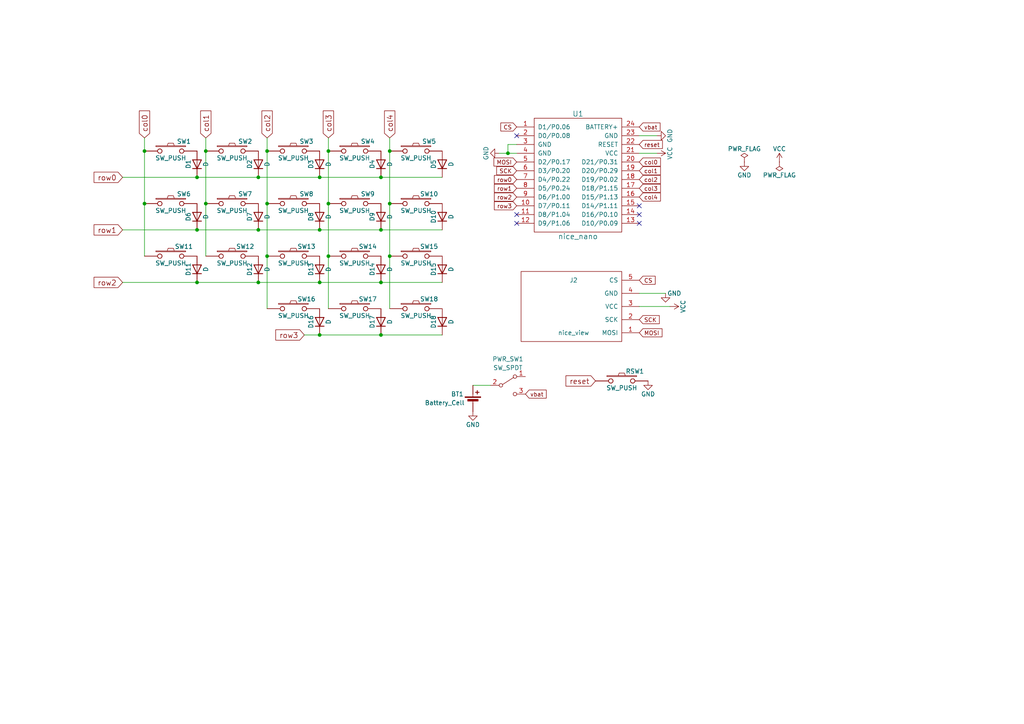
<source format=kicad_sch>
(kicad_sch (version 20230121) (generator eeschema)

  (uuid da91d100-a5c8-40d4-90a3-3ae5f9c3acae)

  (paper "A4")

  (title_block
    (title "temper")
    (date "2023-07-14")
    (rev "1.0")
    (company "raeedcho")
    (comment 1 "thank you to raeed for adding the nice!nano, nice!view, reset and on/off!")
  )

  (lib_symbols
    (symbol "Device:Battery_Cell" (pin_numbers hide) (pin_names (offset 0) hide) (in_bom yes) (on_board yes)
      (property "Reference" "BT" (at 2.54 2.54 0)
        (effects (font (size 1.27 1.27)) (justify left))
      )
      (property "Value" "Battery_Cell" (at 2.54 0 0)
        (effects (font (size 1.27 1.27)) (justify left))
      )
      (property "Footprint" "" (at 0 1.524 90)
        (effects (font (size 1.27 1.27)) hide)
      )
      (property "Datasheet" "~" (at 0 1.524 90)
        (effects (font (size 1.27 1.27)) hide)
      )
      (property "ki_keywords" "battery cell" (at 0 0 0)
        (effects (font (size 1.27 1.27)) hide)
      )
      (property "ki_description" "Single-cell battery" (at 0 0 0)
        (effects (font (size 1.27 1.27)) hide)
      )
      (symbol "Battery_Cell_0_1"
        (rectangle (start -2.286 1.778) (end 2.286 1.524)
          (stroke (width 0) (type default))
          (fill (type outline))
        )
        (rectangle (start -1.524 1.016) (end 1.524 0.508)
          (stroke (width 0) (type default))
          (fill (type outline))
        )
        (polyline
          (pts
            (xy 0 0.762)
            (xy 0 0)
          )
          (stroke (width 0) (type default))
          (fill (type none))
        )
        (polyline
          (pts
            (xy 0 1.778)
            (xy 0 2.54)
          )
          (stroke (width 0) (type default))
          (fill (type none))
        )
        (polyline
          (pts
            (xy 0.762 3.048)
            (xy 1.778 3.048)
          )
          (stroke (width 0.254) (type default))
          (fill (type none))
        )
        (polyline
          (pts
            (xy 1.27 3.556)
            (xy 1.27 2.54)
          )
          (stroke (width 0.254) (type default))
          (fill (type none))
        )
      )
      (symbol "Battery_Cell_1_1"
        (pin passive line (at 0 5.08 270) (length 2.54)
          (name "+" (effects (font (size 1.27 1.27))))
          (number "1" (effects (font (size 1.27 1.27))))
        )
        (pin passive line (at 0 -2.54 90) (length 2.54)
          (name "-" (effects (font (size 1.27 1.27))))
          (number "2" (effects (font (size 1.27 1.27))))
        )
      )
    )
    (symbol "Device:D" (pin_numbers hide) (pin_names (offset 1.016) hide) (in_bom yes) (on_board yes)
      (property "Reference" "D" (at 0 2.54 0)
        (effects (font (size 1.27 1.27)))
      )
      (property "Value" "D" (at 0 -2.54 0)
        (effects (font (size 1.27 1.27)))
      )
      (property "Footprint" "" (at 0 0 0)
        (effects (font (size 1.27 1.27)) hide)
      )
      (property "Datasheet" "~" (at 0 0 0)
        (effects (font (size 1.27 1.27)) hide)
      )
      (property "Sim.Device" "D" (at 0 0 0)
        (effects (font (size 1.27 1.27)) hide)
      )
      (property "Sim.Pins" "1=K 2=A" (at 0 0 0)
        (effects (font (size 1.27 1.27)) hide)
      )
      (property "ki_keywords" "diode" (at 0 0 0)
        (effects (font (size 1.27 1.27)) hide)
      )
      (property "ki_description" "Diode" (at 0 0 0)
        (effects (font (size 1.27 1.27)) hide)
      )
      (property "ki_fp_filters" "TO-???* *_Diode_* *SingleDiode* D_*" (at 0 0 0)
        (effects (font (size 1.27 1.27)) hide)
      )
      (symbol "D_0_1"
        (polyline
          (pts
            (xy -1.27 1.27)
            (xy -1.27 -1.27)
          )
          (stroke (width 0.254) (type default))
          (fill (type none))
        )
        (polyline
          (pts
            (xy 1.27 0)
            (xy -1.27 0)
          )
          (stroke (width 0) (type default))
          (fill (type none))
        )
        (polyline
          (pts
            (xy 1.27 1.27)
            (xy 1.27 -1.27)
            (xy -1.27 0)
            (xy 1.27 1.27)
          )
          (stroke (width 0.254) (type default))
          (fill (type none))
        )
      )
      (symbol "D_1_1"
        (pin passive line (at -3.81 0 0) (length 2.54)
          (name "K" (effects (font (size 1.27 1.27))))
          (number "1" (effects (font (size 1.27 1.27))))
        )
        (pin passive line (at 3.81 0 180) (length 2.54)
          (name "A" (effects (font (size 1.27 1.27))))
          (number "2" (effects (font (size 1.27 1.27))))
        )
      )
    )
    (symbol "Switch:SW_SPDT" (pin_names (offset 0) hide) (in_bom yes) (on_board yes)
      (property "Reference" "SW" (at 0 4.318 0)
        (effects (font (size 1.27 1.27)))
      )
      (property "Value" "SW_SPDT" (at 0 -5.08 0)
        (effects (font (size 1.27 1.27)))
      )
      (property "Footprint" "" (at 0 0 0)
        (effects (font (size 1.27 1.27)) hide)
      )
      (property "Datasheet" "~" (at 0 0 0)
        (effects (font (size 1.27 1.27)) hide)
      )
      (property "ki_keywords" "switch single-pole double-throw spdt ON-ON" (at 0 0 0)
        (effects (font (size 1.27 1.27)) hide)
      )
      (property "ki_description" "Switch, single pole double throw" (at 0 0 0)
        (effects (font (size 1.27 1.27)) hide)
      )
      (symbol "SW_SPDT_0_0"
        (circle (center -2.032 0) (radius 0.508)
          (stroke (width 0) (type default))
          (fill (type none))
        )
        (circle (center 2.032 -2.54) (radius 0.508)
          (stroke (width 0) (type default))
          (fill (type none))
        )
      )
      (symbol "SW_SPDT_0_1"
        (polyline
          (pts
            (xy -1.524 0.254)
            (xy 1.651 2.286)
          )
          (stroke (width 0) (type default))
          (fill (type none))
        )
        (circle (center 2.032 2.54) (radius 0.508)
          (stroke (width 0) (type default))
          (fill (type none))
        )
      )
      (symbol "SW_SPDT_1_1"
        (pin passive line (at 5.08 2.54 180) (length 2.54)
          (name "A" (effects (font (size 1.27 1.27))))
          (number "1" (effects (font (size 1.27 1.27))))
        )
        (pin passive line (at -5.08 0 0) (length 2.54)
          (name "B" (effects (font (size 1.27 1.27))))
          (number "2" (effects (font (size 1.27 1.27))))
        )
        (pin passive line (at 5.08 -2.54 180) (length 2.54)
          (name "C" (effects (font (size 1.27 1.27))))
          (number "3" (effects (font (size 1.27 1.27))))
        )
      )
    )
    (symbol "dumta:nice_nano" (pin_names (offset 1.016)) (in_bom yes) (on_board yes)
      (property "Reference" "U" (at 0 19.05 0)
        (effects (font (size 1.524 1.524)))
      )
      (property "Value" "nice_nano" (at 0 -19.05 0)
        (effects (font (size 1.524 1.524)))
      )
      (property "Footprint" "" (at 2.54 -26.67 0)
        (effects (font (size 1.524 1.524)))
      )
      (property "Datasheet" "" (at 2.54 -26.67 0)
        (effects (font (size 1.524 1.524)))
      )
      (symbol "nice_nano_0_1"
        (rectangle (start -12.7 16.51) (end 12.7 -16.51)
          (stroke (width 0) (type solid))
          (fill (type none))
        )
      )
      (symbol "nice_nano_1_1"
        (pin bidirectional line (at -17.78 13.97 0) (length 5.08)
          (name "D1/P0.06" (effects (font (size 1.27 1.27))))
          (number "1" (effects (font (size 1.27 1.27))))
        )
        (pin bidirectional line (at -17.78 -8.89 0) (length 5.08)
          (name "D7/P0.11" (effects (font (size 1.27 1.27))))
          (number "10" (effects (font (size 1.27 1.27))))
        )
        (pin bidirectional line (at -17.78 -11.43 0) (length 5.08)
          (name "D8/P1.04" (effects (font (size 1.27 1.27))))
          (number "11" (effects (font (size 1.27 1.27))))
        )
        (pin bidirectional line (at -17.78 -13.97 0) (length 5.08)
          (name "D9/P1.06" (effects (font (size 1.27 1.27))))
          (number "12" (effects (font (size 1.27 1.27))))
        )
        (pin bidirectional line (at 17.78 -13.97 180) (length 5.08)
          (name "D10/P0.09" (effects (font (size 1.27 1.27))))
          (number "13" (effects (font (size 1.27 1.27))))
        )
        (pin bidirectional line (at 17.78 -11.43 180) (length 5.08)
          (name "D16/P0.10" (effects (font (size 1.27 1.27))))
          (number "14" (effects (font (size 1.27 1.27))))
        )
        (pin bidirectional line (at 17.78 -8.89 180) (length 5.08)
          (name "D14/P1.11" (effects (font (size 1.27 1.27))))
          (number "15" (effects (font (size 1.27 1.27))))
        )
        (pin bidirectional line (at 17.78 -6.35 180) (length 5.08)
          (name "D15/P1.13" (effects (font (size 1.27 1.27))))
          (number "16" (effects (font (size 1.27 1.27))))
        )
        (pin bidirectional line (at 17.78 -3.81 180) (length 5.08)
          (name "D18/P1.15" (effects (font (size 1.27 1.27))))
          (number "17" (effects (font (size 1.27 1.27))))
        )
        (pin bidirectional line (at 17.78 -1.27 180) (length 5.08)
          (name "D19/P0.02" (effects (font (size 1.27 1.27))))
          (number "18" (effects (font (size 1.27 1.27))))
        )
        (pin bidirectional line (at 17.78 1.27 180) (length 5.08)
          (name "D20/P0.29" (effects (font (size 1.27 1.27))))
          (number "19" (effects (font (size 1.27 1.27))))
        )
        (pin bidirectional line (at -17.78 11.43 0) (length 5.08)
          (name "D0/P0.08" (effects (font (size 1.27 1.27))))
          (number "2" (effects (font (size 1.27 1.27))))
        )
        (pin bidirectional line (at 17.78 3.81 180) (length 5.08)
          (name "D21/P0.31" (effects (font (size 1.27 1.27))))
          (number "20" (effects (font (size 1.27 1.27))))
        )
        (pin power_in line (at 17.78 6.35 180) (length 5.08)
          (name "VCC" (effects (font (size 1.27 1.27))))
          (number "21" (effects (font (size 1.27 1.27))))
        )
        (pin input line (at 17.78 8.89 180) (length 5.08)
          (name "RESET" (effects (font (size 1.27 1.27))))
          (number "22" (effects (font (size 1.27 1.27))))
        )
        (pin power_in line (at 17.78 11.43 180) (length 5.08)
          (name "GND" (effects (font (size 1.27 1.27))))
          (number "23" (effects (font (size 1.27 1.27))))
        )
        (pin power_out line (at 17.78 13.97 180) (length 5.08)
          (name "BATTERY+" (effects (font (size 1.27 1.27))))
          (number "24" (effects (font (size 1.27 1.27))))
        )
        (pin power_in line (at -17.78 8.89 0) (length 5.08)
          (name "GND" (effects (font (size 1.27 1.27))))
          (number "3" (effects (font (size 1.27 1.27))))
        )
        (pin power_in line (at -17.78 6.35 0) (length 5.08)
          (name "GND" (effects (font (size 1.27 1.27))))
          (number "4" (effects (font (size 1.27 1.27))))
        )
        (pin bidirectional line (at -17.78 3.81 0) (length 5.08)
          (name "D2/P0.17" (effects (font (size 1.27 1.27))))
          (number "5" (effects (font (size 1.27 1.27))))
        )
        (pin bidirectional line (at -17.78 1.27 0) (length 5.08)
          (name "D3/P0.20" (effects (font (size 1.27 1.27))))
          (number "6" (effects (font (size 1.27 1.27))))
        )
        (pin bidirectional line (at -17.78 -1.27 0) (length 5.08)
          (name "D4/P0.22" (effects (font (size 1.27 1.27))))
          (number "7" (effects (font (size 1.27 1.27))))
        )
        (pin bidirectional line (at -17.78 -3.81 0) (length 5.08)
          (name "D5/P0.24" (effects (font (size 1.27 1.27))))
          (number "8" (effects (font (size 1.27 1.27))))
        )
        (pin bidirectional line (at -17.78 -6.35 0) (length 5.08)
          (name "D6/P1.00" (effects (font (size 1.27 1.27))))
          (number "9" (effects (font (size 1.27 1.27))))
        )
      )
    )
    (symbol "dumta:nice_view" (pin_names (offset 1.016)) (in_bom yes) (on_board yes)
      (property "Reference" "NV" (at 2.54 1.27 0)
        (effects (font (size 1.2954 1.2954)))
      )
      (property "Value" "nice_view" (at 2.54 -2.54 0)
        (effects (font (size 1.1938 1.1938)))
      )
      (property "Footprint" "" (at 0 2.54 0)
        (effects (font (size 1.524 1.524)) hide)
      )
      (property "Datasheet" "" (at 0 2.54 0)
        (effects (font (size 1.524 1.524)) hide)
      )
      (symbol "nice_view_0_1"
        (rectangle (start -13.97 8.89) (end 15.24 -11.43)
          (stroke (width 0) (type solid))
          (fill (type none))
        )
      )
      (symbol "nice_view_1_1"
        (pin bidirectional line (at -19.05 6.35 0) (length 5.08)
          (name "MOSI" (effects (font (size 1.27 1.27))))
          (number "1" (effects (font (size 1.27 1.27))))
        )
        (pin bidirectional line (at -19.05 2.54 0) (length 5.08)
          (name "SCK" (effects (font (size 1.27 1.27))))
          (number "2" (effects (font (size 1.27 1.27))))
        )
        (pin power_in line (at -19.05 -1.27 0) (length 5.08)
          (name "VCC" (effects (font (size 1.27 1.27))))
          (number "3" (effects (font (size 1.27 1.27))))
        )
        (pin power_in line (at -19.05 -5.08 0) (length 5.08)
          (name "GND" (effects (font (size 1.27 1.27))))
          (number "4" (effects (font (size 1.27 1.27))))
        )
        (pin bidirectional line (at -19.05 -8.89 0) (length 5.08)
          (name "CS" (effects (font (size 1.27 1.27))))
          (number "5" (effects (font (size 1.27 1.27))))
        )
      )
    )
    (symbol "kbd:SW_PUSH" (pin_numbers hide) (pin_names (offset 1.016) hide) (in_bom yes) (on_board yes)
      (property "Reference" "SW" (at 3.81 2.794 0)
        (effects (font (size 1.27 1.27)))
      )
      (property "Value" "SW_PUSH" (at 0 -2.032 0)
        (effects (font (size 1.27 1.27)))
      )
      (property "Footprint" "" (at 0 0 0)
        (effects (font (size 1.27 1.27)))
      )
      (property "Datasheet" "" (at 0 0 0)
        (effects (font (size 1.27 1.27)))
      )
      (symbol "SW_PUSH_0_1"
        (rectangle (start -4.318 1.27) (end 4.318 1.524)
          (stroke (width 0) (type solid))
          (fill (type none))
        )
        (polyline
          (pts
            (xy -1.016 1.524)
            (xy -0.762 2.286)
            (xy 0.762 2.286)
            (xy 1.016 1.524)
          )
          (stroke (width 0) (type solid))
          (fill (type none))
        )
        (pin passive inverted (at -7.62 0 0) (length 5.08)
          (name "1" (effects (font (size 1.27 1.27))))
          (number "1" (effects (font (size 1.27 1.27))))
        )
        (pin passive inverted (at 7.62 0 180) (length 5.08)
          (name "2" (effects (font (size 1.27 1.27))))
          (number "2" (effects (font (size 1.27 1.27))))
        )
      )
    )
    (symbol "power:GND" (power) (pin_names (offset 0)) (in_bom yes) (on_board yes)
      (property "Reference" "#PWR" (at 0 -6.35 0)
        (effects (font (size 1.27 1.27)) hide)
      )
      (property "Value" "GND" (at 0 -3.81 0)
        (effects (font (size 1.27 1.27)))
      )
      (property "Footprint" "" (at 0 0 0)
        (effects (font (size 1.27 1.27)) hide)
      )
      (property "Datasheet" "" (at 0 0 0)
        (effects (font (size 1.27 1.27)) hide)
      )
      (property "ki_keywords" "global power" (at 0 0 0)
        (effects (font (size 1.27 1.27)) hide)
      )
      (property "ki_description" "Power symbol creates a global label with name \"GND\" , ground" (at 0 0 0)
        (effects (font (size 1.27 1.27)) hide)
      )
      (symbol "GND_0_1"
        (polyline
          (pts
            (xy 0 0)
            (xy 0 -1.27)
            (xy 1.27 -1.27)
            (xy 0 -2.54)
            (xy -1.27 -1.27)
            (xy 0 -1.27)
          )
          (stroke (width 0) (type default))
          (fill (type none))
        )
      )
      (symbol "GND_1_1"
        (pin power_in line (at 0 0 270) (length 0) hide
          (name "GND" (effects (font (size 1.27 1.27))))
          (number "1" (effects (font (size 1.27 1.27))))
        )
      )
    )
    (symbol "power:PWR_FLAG" (power) (pin_numbers hide) (pin_names (offset 0) hide) (in_bom yes) (on_board yes)
      (property "Reference" "#FLG" (at 0 1.905 0)
        (effects (font (size 1.27 1.27)) hide)
      )
      (property "Value" "PWR_FLAG" (at 0 3.81 0)
        (effects (font (size 1.27 1.27)))
      )
      (property "Footprint" "" (at 0 0 0)
        (effects (font (size 1.27 1.27)) hide)
      )
      (property "Datasheet" "~" (at 0 0 0)
        (effects (font (size 1.27 1.27)) hide)
      )
      (property "ki_keywords" "flag power" (at 0 0 0)
        (effects (font (size 1.27 1.27)) hide)
      )
      (property "ki_description" "Special symbol for telling ERC where power comes from" (at 0 0 0)
        (effects (font (size 1.27 1.27)) hide)
      )
      (symbol "PWR_FLAG_0_0"
        (pin power_out line (at 0 0 90) (length 0)
          (name "pwr" (effects (font (size 1.27 1.27))))
          (number "1" (effects (font (size 1.27 1.27))))
        )
      )
      (symbol "PWR_FLAG_0_1"
        (polyline
          (pts
            (xy 0 0)
            (xy 0 1.27)
            (xy -1.016 1.905)
            (xy 0 2.54)
            (xy 1.016 1.905)
            (xy 0 1.27)
          )
          (stroke (width 0) (type default))
          (fill (type none))
        )
      )
    )
    (symbol "power:VCC" (power) (pin_names (offset 0)) (in_bom yes) (on_board yes)
      (property "Reference" "#PWR" (at 0 -3.81 0)
        (effects (font (size 1.27 1.27)) hide)
      )
      (property "Value" "VCC" (at 0 3.81 0)
        (effects (font (size 1.27 1.27)))
      )
      (property "Footprint" "" (at 0 0 0)
        (effects (font (size 1.27 1.27)) hide)
      )
      (property "Datasheet" "" (at 0 0 0)
        (effects (font (size 1.27 1.27)) hide)
      )
      (property "ki_keywords" "global power" (at 0 0 0)
        (effects (font (size 1.27 1.27)) hide)
      )
      (property "ki_description" "Power symbol creates a global label with name \"VCC\"" (at 0 0 0)
        (effects (font (size 1.27 1.27)) hide)
      )
      (symbol "VCC_0_1"
        (polyline
          (pts
            (xy -0.762 1.27)
            (xy 0 2.54)
          )
          (stroke (width 0) (type default))
          (fill (type none))
        )
        (polyline
          (pts
            (xy 0 0)
            (xy 0 2.54)
          )
          (stroke (width 0) (type default))
          (fill (type none))
        )
        (polyline
          (pts
            (xy 0 2.54)
            (xy 0.762 1.27)
          )
          (stroke (width 0) (type default))
          (fill (type none))
        )
      )
      (symbol "VCC_1_1"
        (pin power_in line (at 0 0 90) (length 0) hide
          (name "VCC" (effects (font (size 1.27 1.27))))
          (number "1" (effects (font (size 1.27 1.27))))
        )
      )
    )
  )

  (junction (at 59.69 59.055) (diameter 0) (color 0 0 0 0)
    (uuid 0abd2820-8cdc-4adf-a15e-62f74117e7c9)
  )
  (junction (at 92.71 97.155) (diameter 0) (color 0 0 0 0)
    (uuid 138e5190-fee0-4a4a-81d9-801cd3fdc50a)
  )
  (junction (at 57.15 81.915) (diameter 0) (color 0 0 0 0)
    (uuid 14506db9-66ff-46c8-8508-957faee53993)
  )
  (junction (at 110.49 51.435) (diameter 0) (color 0 0 0 0)
    (uuid 22a1664a-3fca-4f08-b54f-21f656c7a252)
  )
  (junction (at 92.71 51.435) (diameter 0) (color 0 0 0 0)
    (uuid 33b9ce7b-3e46-423c-928a-22fe358aa7e1)
  )
  (junction (at 113.03 43.815) (diameter 0) (color 0 0 0 0)
    (uuid 35adf6ba-6337-4f77-bd63-8febfa438ef6)
  )
  (junction (at 110.49 81.915) (diameter 0) (color 0 0 0 0)
    (uuid 4b2ae0a1-f8a1-4d9e-8e03-bb7efd55284f)
  )
  (junction (at 59.69 43.815) (diameter 0) (color 0 0 0 0)
    (uuid 4c8476dc-c727-4157-8f06-51ff856425d1)
  )
  (junction (at 95.25 74.295) (diameter 0) (color 0 0 0 0)
    (uuid 4f9a6091-9747-4f89-9c41-b79795096390)
  )
  (junction (at 57.15 51.435) (diameter 0) (color 0 0 0 0)
    (uuid 55e6978f-f31f-4167-92eb-0b679cc4b87e)
  )
  (junction (at 77.47 74.295) (diameter 0) (color 0 0 0 0)
    (uuid 6297118a-44a5-460c-8019-6cece3a042b5)
  )
  (junction (at 77.47 43.815) (diameter 0) (color 0 0 0 0)
    (uuid 64eab920-11f8-4ab9-9a06-18511782139f)
  )
  (junction (at 110.49 66.675) (diameter 0) (color 0 0 0 0)
    (uuid 6658736b-3782-4421-9b51-fbfd735517ad)
  )
  (junction (at 74.93 81.915) (diameter 0) (color 0 0 0 0)
    (uuid 8da474b5-34b6-45c3-90b2-23c8ae52a4fc)
  )
  (junction (at 92.71 66.675) (diameter 0) (color 0 0 0 0)
    (uuid 8eb03685-7a4c-42e0-a9ad-0b872dbeb225)
  )
  (junction (at 57.15 66.675) (diameter 0) (color 0 0 0 0)
    (uuid 97fbc4ce-ba81-4699-89c5-372dae3cd2ea)
  )
  (junction (at 113.03 74.295) (diameter 0) (color 0 0 0 0)
    (uuid 9e3aad9f-827e-4567-b729-0f843b23fa67)
  )
  (junction (at 41.91 59.055) (diameter 0) (color 0 0 0 0)
    (uuid a1bbf508-3e0b-4c3a-beb9-7caf9e7bf5f8)
  )
  (junction (at 92.71 81.915) (diameter 0) (color 0 0 0 0)
    (uuid a7a76751-76e1-4337-87ae-67cd3241471c)
  )
  (junction (at 110.49 97.155) (diameter 0) (color 0 0 0 0)
    (uuid ab94a3da-0196-45fc-b81f-4dd4d2f9402c)
  )
  (junction (at 77.47 59.055) (diameter 0) (color 0 0 0 0)
    (uuid b049e7df-ae8d-4575-86e7-8fd63f8e39ab)
  )
  (junction (at 41.91 43.815) (diameter 0) (color 0 0 0 0)
    (uuid b41f7099-5912-4eeb-80a2-3c55db540379)
  )
  (junction (at 113.03 59.055) (diameter 0) (color 0 0 0 0)
    (uuid be72c8c0-454d-49dc-9a21-1ff5ee56494d)
  )
  (junction (at 95.25 59.055) (diameter 0) (color 0 0 0 0)
    (uuid c0670ccb-386c-4914-976b-2fce0b7a9a2a)
  )
  (junction (at 95.25 43.815) (diameter 0) (color 0 0 0 0)
    (uuid d5c22a44-1f76-4352-bde1-a9d7483bfaa8)
  )
  (junction (at 74.93 66.675) (diameter 0) (color 0 0 0 0)
    (uuid e3d814a2-65b2-4f3d-bc75-46574ae89ff6)
  )
  (junction (at 74.93 51.435) (diameter 0) (color 0 0 0 0)
    (uuid ef06d065-a739-4dc1-bd28-6729d17970f1)
  )
  (junction (at 147.32 44.45) (diameter 0) (color 0 0 0 0)
    (uuid f9075608-f796-4e5c-af5a-7a14fa3183c5)
  )

  (no_connect (at 185.42 59.69) (uuid 1e6d0e5a-9643-4ea5-ad12-80836f7ec51f))
  (no_connect (at 185.42 64.77) (uuid 20b6df09-c144-4166-b523-3f7279b7d20f))
  (no_connect (at 149.86 64.77) (uuid 4bfbdde3-fea7-4956-a4ef-6cef4f0f3aa8))
  (no_connect (at 149.86 62.23) (uuid a6f544d6-9199-4b57-a376-c5585b60c9cb))
  (no_connect (at 185.42 62.23) (uuid cd766989-d3f3-4175-95b6-507d91965b2b))
  (no_connect (at 149.86 39.37) (uuid fe68bb63-8d7a-49e8-bedb-b189bf145f8c))

  (wire (pts (xy 92.71 97.155) (xy 110.49 97.155))
    (stroke (width 0) (type default))
    (uuid 010f930c-0b7b-46eb-8e7f-c4be13520c0a)
  )
  (wire (pts (xy 74.93 66.675) (xy 92.71 66.675))
    (stroke (width 0) (type default))
    (uuid 0a613b17-6112-4905-a921-68dd53d7b453)
  )
  (wire (pts (xy 57.15 81.915) (xy 74.93 81.915))
    (stroke (width 0) (type default))
    (uuid 0cf0020e-8d32-4221-9606-5db82a5739fd)
  )
  (wire (pts (xy 77.47 59.055) (xy 77.47 74.295))
    (stroke (width 0) (type default))
    (uuid 137daf65-b52d-4bda-bc15-eabb79c8cbfb)
  )
  (wire (pts (xy 147.32 44.45) (xy 149.86 44.45))
    (stroke (width 0) (type default))
    (uuid 13974094-cb7f-48af-aca0-486576e1890f)
  )
  (wire (pts (xy 41.91 40.005) (xy 41.91 43.815))
    (stroke (width 0) (type default))
    (uuid 28ffb832-33c7-4baf-bf81-0ebf40813b14)
  )
  (wire (pts (xy 110.49 51.435) (xy 128.27 51.435))
    (stroke (width 0) (type default))
    (uuid 2dd533f2-2b13-4620-aa19-34fd9d6316b2)
  )
  (wire (pts (xy 110.49 97.155) (xy 128.27 97.155))
    (stroke (width 0) (type default))
    (uuid 388d0d73-82ea-46c4-8b30-0ffe49f89273)
  )
  (wire (pts (xy 110.49 81.915) (xy 128.27 81.915))
    (stroke (width 0) (type default))
    (uuid 3956c3f0-2eef-40bb-a4b6-f0ddc183f628)
  )
  (wire (pts (xy 92.71 81.915) (xy 110.49 81.915))
    (stroke (width 0) (type default))
    (uuid 3a1adafc-a685-490b-9792-fe359aac7208)
  )
  (wire (pts (xy 57.15 66.675) (xy 74.93 66.675))
    (stroke (width 0) (type default))
    (uuid 3ab450f8-3997-42f9-850d-2b53227efc09)
  )
  (wire (pts (xy 185.42 44.45) (xy 190.5 44.45))
    (stroke (width 0) (type default))
    (uuid 40415597-b6de-4a8d-90f4-739c71a6d38a)
  )
  (wire (pts (xy 95.25 74.295) (xy 95.25 89.535))
    (stroke (width 0) (type default))
    (uuid 49fd6275-5072-4b0d-8878-1603adeb427f)
  )
  (wire (pts (xy 95.25 59.055) (xy 95.25 74.295))
    (stroke (width 0) (type default))
    (uuid 4dce71de-4b56-46bf-ad47-8280212f24b4)
  )
  (wire (pts (xy 77.47 40.005) (xy 77.47 43.815))
    (stroke (width 0) (type default))
    (uuid 5040f34b-f904-4251-be1c-076eeaf8f7e2)
  )
  (wire (pts (xy 147.32 41.91) (xy 149.86 41.91))
    (stroke (width 0) (type default))
    (uuid 5828fc9d-5f5e-44d4-bcc4-1e1faa0c2868)
  )
  (wire (pts (xy 41.91 59.055) (xy 41.91 74.295))
    (stroke (width 0) (type default))
    (uuid 5e410aa1-0a29-4d7d-a5e1-404e9b183fb6)
  )
  (wire (pts (xy 77.47 74.295) (xy 77.47 89.535))
    (stroke (width 0) (type default))
    (uuid 5f36ab2d-bd16-467b-9f6f-9af9df602706)
  )
  (wire (pts (xy 193.04 85.09) (xy 185.42 85.09))
    (stroke (width 0) (type default))
    (uuid 670be526-f08f-4f6c-8871-e73c7a0c1dc2)
  )
  (wire (pts (xy 74.93 81.915) (xy 92.71 81.915))
    (stroke (width 0) (type default))
    (uuid 82a8eba7-a819-4861-897f-c21dd6b43c44)
  )
  (wire (pts (xy 59.69 59.055) (xy 59.69 74.295))
    (stroke (width 0) (type default))
    (uuid 844e9300-786d-478d-828c-59e9f3beef85)
  )
  (wire (pts (xy 92.71 66.675) (xy 110.49 66.675))
    (stroke (width 0) (type default))
    (uuid 8c99c725-ff40-4cc7-878a-179ed32b3abe)
  )
  (wire (pts (xy 77.47 43.815) (xy 77.47 59.055))
    (stroke (width 0) (type default))
    (uuid 91807ae3-af94-42ee-906e-da7cddba0870)
  )
  (wire (pts (xy 95.25 43.815) (xy 95.25 59.055))
    (stroke (width 0) (type default))
    (uuid 9d980544-a129-4eb5-85ca-84f30bfa7dde)
  )
  (wire (pts (xy 144.78 44.45) (xy 147.32 44.45))
    (stroke (width 0) (type default))
    (uuid a5567680-35e5-42c3-882a-482d073c43c3)
  )
  (wire (pts (xy 59.69 40.005) (xy 59.69 43.815))
    (stroke (width 0) (type default))
    (uuid a80b9c34-a56e-4c9b-bc38-d0ae33e9fb1b)
  )
  (wire (pts (xy 88.265 97.155) (xy 92.71 97.155))
    (stroke (width 0) (type default))
    (uuid b4191147-407e-4d85-8421-e3c8aca73db1)
  )
  (wire (pts (xy 35.56 51.435) (xy 57.15 51.435))
    (stroke (width 0) (type default))
    (uuid b709c648-d42e-4827-933f-2306dcdb60f5)
  )
  (wire (pts (xy 35.56 81.915) (xy 57.15 81.915))
    (stroke (width 0) (type default))
    (uuid c3c03007-8802-4f6f-a98c-f793fc15800b)
  )
  (wire (pts (xy 35.56 66.675) (xy 57.15 66.675))
    (stroke (width 0) (type default))
    (uuid c6151a6c-71c0-468a-8cae-15a8ee604164)
  )
  (wire (pts (xy 113.03 40.005) (xy 113.03 43.815))
    (stroke (width 0) (type default))
    (uuid d04fb3d5-c2c8-4627-a456-53870b56162b)
  )
  (wire (pts (xy 57.15 51.435) (xy 74.93 51.435))
    (stroke (width 0) (type default))
    (uuid d1536365-d01f-4fb7-8305-b5b816e5571a)
  )
  (wire (pts (xy 185.42 39.37) (xy 190.5 39.37))
    (stroke (width 0) (type default))
    (uuid d68a4a5f-9e82-4aae-98d2-7b6e40c3b5cf)
  )
  (wire (pts (xy 41.91 43.815) (xy 41.91 59.055))
    (stroke (width 0) (type default))
    (uuid d7635c50-89de-4e5f-9c58-9eed704ebc96)
  )
  (wire (pts (xy 74.93 51.435) (xy 92.71 51.435))
    (stroke (width 0) (type default))
    (uuid e475006e-4655-4927-a8e1-584df2d2de03)
  )
  (wire (pts (xy 92.71 51.435) (xy 110.49 51.435))
    (stroke (width 0) (type default))
    (uuid e47f8b9b-f7ed-47bb-ac8d-a2e0a1220eb7)
  )
  (wire (pts (xy 185.42 88.9) (xy 194.31 88.9))
    (stroke (width 0) (type default))
    (uuid e6621a54-fb71-4733-97a4-f635f44876b2)
  )
  (wire (pts (xy 59.69 43.815) (xy 59.69 59.055))
    (stroke (width 0) (type default))
    (uuid e6d1f107-d934-4461-83ae-999c5c9d3d12)
  )
  (wire (pts (xy 113.03 43.815) (xy 113.03 59.055))
    (stroke (width 0) (type default))
    (uuid e7b51f53-4da4-4786-ac54-c427ebf427f7)
  )
  (wire (pts (xy 113.03 74.295) (xy 113.03 89.535))
    (stroke (width 0) (type default))
    (uuid f151d873-a343-4883-9df0-25abd945051d)
  )
  (wire (pts (xy 110.49 66.675) (xy 128.27 66.675))
    (stroke (width 0) (type default))
    (uuid f6f13ad3-e937-433a-9c85-547a5949e16c)
  )
  (wire (pts (xy 95.25 40.005) (xy 95.25 43.815))
    (stroke (width 0) (type default))
    (uuid f7211712-2c64-4846-85fd-7d0c80747bfc)
  )
  (wire (pts (xy 137.16 111.76) (xy 142.24 111.76))
    (stroke (width 0) (type default))
    (uuid fa54721e-17f2-45fa-9e56-e78cff5d3991)
  )
  (wire (pts (xy 113.03 59.055) (xy 113.03 74.295))
    (stroke (width 0) (type default))
    (uuid fc8d145e-88f7-432d-9e7a-0c1f27e9cd9b)
  )
  (wire (pts (xy 147.32 41.91) (xy 147.32 44.45))
    (stroke (width 0) (type default))
    (uuid ff374d29-f3d6-49b9-b612-46f9a65524d5)
  )

  (global_label "vbat" (shape input) (at 185.42 36.83 0)
    (effects (font (size 1.1938 1.1938)) (justify left))
    (uuid 1f4e01e5-8b39-4cd5-bc69-b45330818f9f)
    (property "Intersheetrefs" "${INTERSHEET_REFS}" (at 185.42 36.83 0)
      (effects (font (size 1.27 1.27)) hide)
    )
  )
  (global_label "row1" (shape input) (at 149.86 54.61 180)
    (effects (font (size 1.1938 1.1938)) (justify right))
    (uuid 389062e4-2d1f-4e1c-8162-37c5265de85d)
    (property "Intersheetrefs" "${INTERSHEET_REFS}" (at 149.86 54.61 0)
      (effects (font (size 1.27 1.27)) hide)
    )
  )
  (global_label "col0" (shape input) (at 41.91 40.005 90)
    (effects (font (size 1.524 1.524)) (justify left))
    (uuid 4a7f637c-a21e-4bb6-b80d-97d1332c2eed)
    (property "Intersheetrefs" "${INTERSHEET_REFS}" (at 41.91 40.005 0)
      (effects (font (size 1.27 1.27)) hide)
    )
  )
  (global_label "reset" (shape input) (at 172.72 110.49 180)
    (effects (font (size 1.524 1.524)) (justify right))
    (uuid 514a94bb-c26f-4f26-9664-c9325fc0388b)
    (property "Intersheetrefs" "${INTERSHEET_REFS}" (at 172.72 110.49 0)
      (effects (font (size 1.27 1.27)) hide)
    )
  )
  (global_label "col1" (shape input) (at 59.69 40.005 90)
    (effects (font (size 1.524 1.524)) (justify left))
    (uuid 56353c4f-c64e-46ba-b5c2-32b12dac3932)
    (property "Intersheetrefs" "${INTERSHEET_REFS}" (at 59.69 40.005 0)
      (effects (font (size 1.27 1.27)) hide)
    )
  )
  (global_label "MOSI" (shape input) (at 185.42 96.52 0)
    (effects (font (size 1.1938 1.1938)) (justify left))
    (uuid 6249ec67-ca52-4544-be6c-383cb4ddeb46)
    (property "Intersheetrefs" "${INTERSHEET_REFS}" (at 185.42 96.52 0)
      (effects (font (size 1.27 1.27)) hide)
    )
  )
  (global_label "row3" (shape input) (at 149.86 59.69 180)
    (effects (font (size 1.1938 1.1938)) (justify right))
    (uuid 6a576d5a-8913-42b0-b0cd-128b7806d7c0)
    (property "Intersheetrefs" "${INTERSHEET_REFS}" (at 149.86 59.69 0)
      (effects (font (size 1.27 1.27)) hide)
    )
  )
  (global_label "SCK" (shape input) (at 149.86 49.53 180)
    (effects (font (size 1.1938 1.1938)) (justify right))
    (uuid 716e4a57-3d56-4026-909f-f27d3e566391)
    (property "Intersheetrefs" "${INTERSHEET_REFS}" (at 149.86 49.53 0)
      (effects (font (size 1.27 1.27)) hide)
    )
  )
  (global_label "col4" (shape input) (at 113.03 40.005 90)
    (effects (font (size 1.524 1.524)) (justify left))
    (uuid 73f7d6c3-6c47-4770-9176-de5e26deb6ba)
    (property "Intersheetrefs" "${INTERSHEET_REFS}" (at 113.03 40.005 0)
      (effects (font (size 1.27 1.27)) hide)
    )
  )
  (global_label "row3" (shape input) (at 88.265 97.155 180)
    (effects (font (size 1.524 1.524)) (justify right))
    (uuid 787bcbba-a75f-4bb7-9c71-22c15fe35b13)
    (property "Intersheetrefs" "${INTERSHEET_REFS}" (at 88.265 97.155 0)
      (effects (font (size 1.27 1.27)) hide)
    )
  )
  (global_label "col4" (shape input) (at 185.42 57.15 0)
    (effects (font (size 1.1938 1.1938)) (justify left))
    (uuid 809120be-bdb7-44d5-9420-77a5249f54e2)
    (property "Intersheetrefs" "${INTERSHEET_REFS}" (at 185.42 57.15 0)
      (effects (font (size 1.27 1.27)) hide)
    )
  )
  (global_label "MOSI" (shape input) (at 149.86 46.99 180)
    (effects (font (size 1.1938 1.1938)) (justify right))
    (uuid 85a0dcd4-6606-4d57-bde2-20be7eeddb1c)
    (property "Intersheetrefs" "${INTERSHEET_REFS}" (at 149.86 46.99 0)
      (effects (font (size 1.27 1.27)) hide)
    )
  )
  (global_label "vbat" (shape input) (at 152.4 114.3 0)
    (effects (font (size 1.1938 1.1938)) (justify left))
    (uuid 8a05d6c4-b7f4-4443-b5ef-aa6c6c238d42)
    (property "Intersheetrefs" "${INTERSHEET_REFS}" (at 152.4 114.3 0)
      (effects (font (size 1.27 1.27)) hide)
    )
  )
  (global_label "col0" (shape input) (at 185.42 46.99 0)
    (effects (font (size 1.1938 1.1938)) (justify left))
    (uuid 8d5a311b-5b4a-452e-9918-0d0a5db19de8)
    (property "Intersheetrefs" "${INTERSHEET_REFS}" (at 185.42 46.99 0)
      (effects (font (size 1.27 1.27)) hide)
    )
  )
  (global_label "CS" (shape input) (at 185.42 81.28 0)
    (effects (font (size 1.1938 1.1938)) (justify left))
    (uuid 8f83f5e7-6735-4934-b955-923f47c94198)
    (property "Intersheetrefs" "${INTERSHEET_REFS}" (at 185.42 81.28 0)
      (effects (font (size 1.27 1.27)) hide)
    )
  )
  (global_label "row2" (shape input) (at 35.56 81.915 180)
    (effects (font (size 1.524 1.524)) (justify right))
    (uuid 91482bea-73d4-4585-9a04-db2b14bf6bd3)
    (property "Intersheetrefs" "${INTERSHEET_REFS}" (at 35.56 81.915 0)
      (effects (font (size 1.27 1.27)) hide)
    )
  )
  (global_label "col1" (shape input) (at 185.42 49.53 0)
    (effects (font (size 1.1938 1.1938)) (justify left))
    (uuid 96ecbf94-0498-4bed-8775-3bbd558cb8db)
    (property "Intersheetrefs" "${INTERSHEET_REFS}" (at 185.42 49.53 0)
      (effects (font (size 1.27 1.27)) hide)
    )
  )
  (global_label "col2" (shape input) (at 185.42 52.07 0)
    (effects (font (size 1.1938 1.1938)) (justify left))
    (uuid a413b97e-d0fd-4020-b432-637968b535db)
    (property "Intersheetrefs" "${INTERSHEET_REFS}" (at 185.42 52.07 0)
      (effects (font (size 1.27 1.27)) hide)
    )
  )
  (global_label "reset" (shape input) (at 185.42 41.91 0)
    (effects (font (size 1.1938 1.1938)) (justify left))
    (uuid b31f48ad-7b45-48d4-85dc-955395315445)
    (property "Intersheetrefs" "${INTERSHEET_REFS}" (at 185.42 41.91 0)
      (effects (font (size 1.27 1.27)) hide)
    )
  )
  (global_label "row0" (shape input) (at 35.56 51.435 180)
    (effects (font (size 1.524 1.524)) (justify right))
    (uuid c2e4f787-bdb4-42f4-93a0-311702fa51df)
    (property "Intersheetrefs" "${INTERSHEET_REFS}" (at 35.56 51.435 0)
      (effects (font (size 1.27 1.27)) hide)
    )
  )
  (global_label "col3" (shape input) (at 95.25 40.005 90)
    (effects (font (size 1.524 1.524)) (justify left))
    (uuid c70a913c-56ef-4abb-a83e-b37f17cc4a61)
    (property "Intersheetrefs" "${INTERSHEET_REFS}" (at 95.25 40.005 0)
      (effects (font (size 1.27 1.27)) hide)
    )
  )
  (global_label "row1" (shape input) (at 35.56 66.675 180)
    (effects (font (size 1.524 1.524)) (justify right))
    (uuid c8cb8a33-79b6-4ff3-824a-7a6402f10530)
    (property "Intersheetrefs" "${INTERSHEET_REFS}" (at 35.56 66.675 0)
      (effects (font (size 1.27 1.27)) hide)
    )
  )
  (global_label "col3" (shape input) (at 185.42 54.61 0)
    (effects (font (size 1.1938 1.1938)) (justify left))
    (uuid d3d6a395-a11e-470d-9951-3e1ba3803883)
    (property "Intersheetrefs" "${INTERSHEET_REFS}" (at 185.42 54.61 0)
      (effects (font (size 1.27 1.27)) hide)
    )
  )
  (global_label "col2" (shape input) (at 77.47 40.005 90)
    (effects (font (size 1.524 1.524)) (justify left))
    (uuid d557bfbb-5247-4801-b39b-0b12a2855bc1)
    (property "Intersheetrefs" "${INTERSHEET_REFS}" (at 77.47 40.005 0)
      (effects (font (size 1.27 1.27)) hide)
    )
  )
  (global_label "row2" (shape input) (at 149.86 57.15 180)
    (effects (font (size 1.1938 1.1938)) (justify right))
    (uuid d63a351d-83dd-4190-b82a-de9671b775c0)
    (property "Intersheetrefs" "${INTERSHEET_REFS}" (at 149.86 57.15 0)
      (effects (font (size 1.27 1.27)) hide)
    )
  )
  (global_label "CS" (shape input) (at 149.86 36.83 180)
    (effects (font (size 1.1938 1.1938)) (justify right))
    (uuid d66393ea-5a27-4b53-9c8b-4cdaf10aa89a)
    (property "Intersheetrefs" "${INTERSHEET_REFS}" (at 149.86 36.83 0)
      (effects (font (size 1.27 1.27)) hide)
    )
  )
  (global_label "row0" (shape input) (at 149.86 52.07 180)
    (effects (font (size 1.1938 1.1938)) (justify right))
    (uuid dbc882ec-77cc-4453-a914-0309235f8e6a)
    (property "Intersheetrefs" "${INTERSHEET_REFS}" (at 149.86 52.07 0)
      (effects (font (size 1.27 1.27)) hide)
    )
  )
  (global_label "SCK" (shape input) (at 185.42 92.71 0)
    (effects (font (size 1.1938 1.1938)) (justify left))
    (uuid f981dcf8-d74f-44f1-a947-291245ab455e)
    (property "Intersheetrefs" "${INTERSHEET_REFS}" (at 185.42 92.71 0)
      (effects (font (size 1.27 1.27)) hide)
    )
  )

  (symbol (lib_id "dumta:nice_nano") (at 167.64 50.8 0) (unit 1)
    (in_bom yes) (on_board yes) (dnp no)
    (uuid 00000000-0000-0000-0000-00005a5e14c2)
    (property "Reference" "U1" (at 167.64 33.02 0)
      (effects (font (size 1.524 1.524)))
    )
    (property "Value" "nice_nano" (at 167.64 68.58 0)
      (effects (font (size 1.524 1.524)))
    )
    (property "Footprint" "dumta:ProMicro_jumpers" (at 170.18 71.12 0)
      (effects (font (size 1.524 1.524)) hide)
    )
    (property "Datasheet" "" (at 170.18 77.47 0)
      (effects (font (size 1.524 1.524)))
    )
    (pin "1" (uuid 7a627063-d777-44e0-a084-fd4c6902ea5d))
    (pin "10" (uuid 3ae8e3f3-2087-4643-978a-e5574c7244d1))
    (pin "11" (uuid 9a9f4a75-1971-4758-bdc5-d0fb02dcfbb7))
    (pin "12" (uuid 624493d1-f41f-468b-830c-abcef9abacea))
    (pin "13" (uuid 36557474-9897-4088-8020-3a1e46869894))
    (pin "14" (uuid f857b7ec-e35d-43b3-bdbe-2267b583505b))
    (pin "15" (uuid 384757c7-6732-4199-96df-6b401f3168e3))
    (pin "16" (uuid ba928a9b-ea48-49dc-ab50-32841197e0eb))
    (pin "17" (uuid 5fc91087-ce43-421c-ae4e-2a7b767c3b80))
    (pin "18" (uuid f0fc55ea-5534-424e-b4c0-87472f54c95a))
    (pin "19" (uuid 3dcb9d79-4f15-4d92-b6a4-529eb46f10c3))
    (pin "2" (uuid 361684b6-6d5e-4702-a5e9-5563948f70ce))
    (pin "20" (uuid fa45b3a5-f456-4e68-8583-7dc15803a7d0))
    (pin "21" (uuid 83ea1e9e-34a0-4e1d-a6a4-6fa225b27f6e))
    (pin "22" (uuid 396a7244-ce75-4008-8a32-81abae697716))
    (pin "23" (uuid 3ae110e0-0396-4dae-afc1-0b0b7f8216b6))
    (pin "24" (uuid d99e0163-3dff-4705-b934-ebba863f3f4b))
    (pin "3" (uuid 68573499-6f3a-4bda-895c-2b5f331a9496))
    (pin "4" (uuid 7757beee-2f99-4718-bdba-eacc66c8705c))
    (pin "5" (uuid 9d1ca74e-a82f-4407-be68-d81c18f12fb3))
    (pin "6" (uuid 28bff1fd-8b8e-4567-9769-8e80c348425a))
    (pin "7" (uuid 770bf680-3490-47a6-ac00-765d60f67800))
    (pin "8" (uuid 4d0703eb-108d-43b7-928a-18e690e34a81))
    (pin "9" (uuid 0b5ed563-8e10-4fb0-b893-2a975d7014b7))
    (instances
      (project "dance"
        (path "/da91d100-a5c8-40d4-90a3-3ae5f9c3acae"
          (reference "U1") (unit 1)
        )
      )
    )
  )

  (symbol (lib_id "kbd:SW_PUSH") (at 49.53 43.815 0) (unit 1)
    (in_bom yes) (on_board yes) (dnp no)
    (uuid 00000000-0000-0000-0000-00005a5e2699)
    (property "Reference" "SW1" (at 53.34 41.021 0)
      (effects (font (size 1.27 1.27)))
    )
    (property "Value" "SW_PUSH" (at 49.53 45.847 0)
      (effects (font (size 1.27 1.27)))
    )
    (property "Footprint" "dumta:Kailh_socket_PG1350_reversible" (at 49.53 43.815 0)
      (effects (font (size 1.27 1.27)) hide)
    )
    (property "Datasheet" "" (at 49.53 43.815 0)
      (effects (font (size 1.27 1.27)))
    )
    (pin "1" (uuid 7e57e4bc-d58f-4f60-b5c7-849eec2611a3))
    (pin "2" (uuid b36a4b4b-070f-4dfd-b016-7874a9a2cd07))
    (instances
      (project "dance"
        (path "/da91d100-a5c8-40d4-90a3-3ae5f9c3acae"
          (reference "SW1") (unit 1)
        )
      )
    )
  )

  (symbol (lib_id "Device:D") (at 57.15 47.625 90) (unit 1)
    (in_bom yes) (on_board yes) (dnp no)
    (uuid 00000000-0000-0000-0000-00005a5e26c6)
    (property "Reference" "D1" (at 54.61 47.625 0)
      (effects (font (size 1.27 1.27)))
    )
    (property "Value" "D" (at 59.69 47.625 0)
      (effects (font (size 1.27 1.27)))
    )
    (property "Footprint" "dumta:D_SMD_TH" (at 57.15 47.625 0)
      (effects (font (size 1.27 1.27)) hide)
    )
    (property "Datasheet" "" (at 57.15 47.625 0)
      (effects (font (size 1.27 1.27)) hide)
    )
    (pin "1" (uuid d13fa37d-f771-4bab-bf53-6e0170bf0b7b))
    (pin "2" (uuid b74e829e-21b6-4aff-b21a-125a09a32273))
    (instances
      (project "dance"
        (path "/da91d100-a5c8-40d4-90a3-3ae5f9c3acae"
          (reference "D1") (unit 1)
        )
      )
    )
  )

  (symbol (lib_id "kbd:SW_PUSH") (at 67.31 43.815 0) (unit 1)
    (in_bom yes) (on_board yes) (dnp no)
    (uuid 00000000-0000-0000-0000-00005a5e27f9)
    (property "Reference" "SW2" (at 71.12 41.021 0)
      (effects (font (size 1.27 1.27)))
    )
    (property "Value" "SW_PUSH" (at 67.31 45.847 0)
      (effects (font (size 1.27 1.27)))
    )
    (property "Footprint" "dumta:Kailh_socket_PG1350_reversible" (at 67.31 43.815 0)
      (effects (font (size 1.27 1.27)) hide)
    )
    (property "Datasheet" "" (at 67.31 43.815 0)
      (effects (font (size 1.27 1.27)))
    )
    (pin "1" (uuid 0ef8fff4-b8b5-4e3f-8dc1-a2d4280ab23a))
    (pin "2" (uuid 113ce084-8c1b-46a3-9582-45d506d14b88))
    (instances
      (project "dance"
        (path "/da91d100-a5c8-40d4-90a3-3ae5f9c3acae"
          (reference "SW2") (unit 1)
        )
      )
    )
  )

  (symbol (lib_id "Device:D") (at 74.93 47.625 90) (unit 1)
    (in_bom yes) (on_board yes) (dnp no)
    (uuid 00000000-0000-0000-0000-00005a5e281f)
    (property "Reference" "D2" (at 72.39 47.625 0)
      (effects (font (size 1.27 1.27)))
    )
    (property "Value" "D" (at 77.47 47.625 0)
      (effects (font (size 1.27 1.27)))
    )
    (property "Footprint" "dumta:D_SMD_TH" (at 74.93 47.625 0)
      (effects (font (size 1.27 1.27)) hide)
    )
    (property "Datasheet" "" (at 74.93 47.625 0)
      (effects (font (size 1.27 1.27)) hide)
    )
    (pin "1" (uuid f9ecc00a-22f4-4162-9073-3b3912332cd4))
    (pin "2" (uuid 34ccd09a-263e-4aee-a4a2-58d36cd9e3ee))
    (instances
      (project "dance"
        (path "/da91d100-a5c8-40d4-90a3-3ae5f9c3acae"
          (reference "D2") (unit 1)
        )
      )
    )
  )

  (symbol (lib_id "kbd:SW_PUSH") (at 85.09 43.815 0) (unit 1)
    (in_bom yes) (on_board yes) (dnp no)
    (uuid 00000000-0000-0000-0000-00005a5e2908)
    (property "Reference" "SW3" (at 88.9 41.021 0)
      (effects (font (size 1.27 1.27)))
    )
    (property "Value" "SW_PUSH" (at 85.09 45.847 0)
      (effects (font (size 1.27 1.27)))
    )
    (property "Footprint" "dumta:Kailh_socket_PG1350_reversible" (at 85.09 43.815 0)
      (effects (font (size 1.27 1.27)) hide)
    )
    (property "Datasheet" "" (at 85.09 43.815 0)
      (effects (font (size 1.27 1.27)))
    )
    (pin "1" (uuid 6cabe11b-1417-401a-a2c3-72f4c41864b4))
    (pin "2" (uuid fc02e53c-c687-4c05-b018-45fec3d19b89))
    (instances
      (project "dance"
        (path "/da91d100-a5c8-40d4-90a3-3ae5f9c3acae"
          (reference "SW3") (unit 1)
        )
      )
    )
  )

  (symbol (lib_id "kbd:SW_PUSH") (at 102.87 43.815 0) (unit 1)
    (in_bom yes) (on_board yes) (dnp no)
    (uuid 00000000-0000-0000-0000-00005a5e2933)
    (property "Reference" "SW4" (at 106.68 41.021 0)
      (effects (font (size 1.27 1.27)))
    )
    (property "Value" "SW_PUSH" (at 102.87 45.847 0)
      (effects (font (size 1.27 1.27)))
    )
    (property "Footprint" "dumta:Kailh_socket_PG1350_reversible" (at 102.87 43.815 0)
      (effects (font (size 1.27 1.27)) hide)
    )
    (property "Datasheet" "" (at 102.87 43.815 0)
      (effects (font (size 1.27 1.27)))
    )
    (pin "1" (uuid 74d0bdee-410d-42f7-ab7c-4dbb80cae7e6))
    (pin "2" (uuid cebe7048-d482-44cb-b02b-1d0ccd5f1cdf))
    (instances
      (project "dance"
        (path "/da91d100-a5c8-40d4-90a3-3ae5f9c3acae"
          (reference "SW4") (unit 1)
        )
      )
    )
  )

  (symbol (lib_id "kbd:SW_PUSH") (at 120.65 43.815 0) (unit 1)
    (in_bom yes) (on_board yes) (dnp no)
    (uuid 00000000-0000-0000-0000-00005a5e295e)
    (property "Reference" "SW5" (at 124.46 41.021 0)
      (effects (font (size 1.27 1.27)))
    )
    (property "Value" "SW_PUSH" (at 120.65 45.847 0)
      (effects (font (size 1.27 1.27)))
    )
    (property "Footprint" "dumta:Kailh_socket_PG1350_reversible" (at 120.65 43.815 0)
      (effects (font (size 1.27 1.27)) hide)
    )
    (property "Datasheet" "" (at 120.65 43.815 0)
      (effects (font (size 1.27 1.27)))
    )
    (pin "1" (uuid bda2cd36-19c2-488d-bfba-f5cc39c9edb6))
    (pin "2" (uuid 7ad42f54-c0a8-4fdc-947d-1bc370cd198f))
    (instances
      (project "dance"
        (path "/da91d100-a5c8-40d4-90a3-3ae5f9c3acae"
          (reference "SW5") (unit 1)
        )
      )
    )
  )

  (symbol (lib_id "Device:D") (at 92.71 47.625 90) (unit 1)
    (in_bom yes) (on_board yes) (dnp no)
    (uuid 00000000-0000-0000-0000-00005a5e29bf)
    (property "Reference" "D3" (at 90.17 47.625 0)
      (effects (font (size 1.27 1.27)))
    )
    (property "Value" "D" (at 95.25 47.625 0)
      (effects (font (size 1.27 1.27)))
    )
    (property "Footprint" "dumta:D_SMD_TH" (at 92.71 47.625 0)
      (effects (font (size 1.27 1.27)) hide)
    )
    (property "Datasheet" "" (at 92.71 47.625 0)
      (effects (font (size 1.27 1.27)) hide)
    )
    (pin "1" (uuid 96fcafe1-26e6-4716-b925-bb19e0fcb313))
    (pin "2" (uuid 9b60bb3a-2bff-4701-be48-2126bc5d0662))
    (instances
      (project "dance"
        (path "/da91d100-a5c8-40d4-90a3-3ae5f9c3acae"
          (reference "D3") (unit 1)
        )
      )
    )
  )

  (symbol (lib_id "Device:D") (at 110.49 47.625 90) (unit 1)
    (in_bom yes) (on_board yes) (dnp no)
    (uuid 00000000-0000-0000-0000-00005a5e29f2)
    (property "Reference" "D4" (at 107.95 47.625 0)
      (effects (font (size 1.27 1.27)))
    )
    (property "Value" "D" (at 113.03 47.625 0)
      (effects (font (size 1.27 1.27)))
    )
    (property "Footprint" "dumta:D_SMD_TH" (at 110.49 47.625 0)
      (effects (font (size 1.27 1.27)) hide)
    )
    (property "Datasheet" "" (at 110.49 47.625 0)
      (effects (font (size 1.27 1.27)) hide)
    )
    (pin "1" (uuid a9f228ac-6fa3-40f7-8da4-3765da483962))
    (pin "2" (uuid 2e1f7a9d-63fb-460a-981d-8cd966b5c17d))
    (instances
      (project "dance"
        (path "/da91d100-a5c8-40d4-90a3-3ae5f9c3acae"
          (reference "D4") (unit 1)
        )
      )
    )
  )

  (symbol (lib_id "Device:D") (at 128.27 47.625 90) (unit 1)
    (in_bom yes) (on_board yes) (dnp no)
    (uuid 00000000-0000-0000-0000-00005a5e2a33)
    (property "Reference" "D5" (at 125.73 47.625 0)
      (effects (font (size 1.27 1.27)))
    )
    (property "Value" "D" (at 130.81 47.625 0)
      (effects (font (size 1.27 1.27)))
    )
    (property "Footprint" "dumta:D_SMD_TH" (at 128.27 47.625 0)
      (effects (font (size 1.27 1.27)) hide)
    )
    (property "Datasheet" "" (at 128.27 47.625 0)
      (effects (font (size 1.27 1.27)) hide)
    )
    (pin "1" (uuid 71ebbbcb-770d-477a-8c8e-3b3ef42e8c68))
    (pin "2" (uuid f88a4c96-e7fa-4f6c-a331-678124a066c1))
    (instances
      (project "dance"
        (path "/da91d100-a5c8-40d4-90a3-3ae5f9c3acae"
          (reference "D5") (unit 1)
        )
      )
    )
  )

  (symbol (lib_id "kbd:SW_PUSH") (at 49.53 59.055 0) (unit 1)
    (in_bom yes) (on_board yes) (dnp no)
    (uuid 00000000-0000-0000-0000-00005a5e2d26)
    (property "Reference" "SW6" (at 53.34 56.261 0)
      (effects (font (size 1.27 1.27)))
    )
    (property "Value" "SW_PUSH" (at 49.53 61.087 0)
      (effects (font (size 1.27 1.27)))
    )
    (property "Footprint" "dumta:Kailh_socket_PG1350_reversible" (at 49.53 59.055 0)
      (effects (font (size 1.27 1.27)) hide)
    )
    (property "Datasheet" "" (at 49.53 59.055 0)
      (effects (font (size 1.27 1.27)))
    )
    (pin "1" (uuid af0368a1-3303-4941-a060-004b0113c63a))
    (pin "2" (uuid 6eba5ee1-23c4-4472-9adf-82502c2b74b3))
    (instances
      (project "dance"
        (path "/da91d100-a5c8-40d4-90a3-3ae5f9c3acae"
          (reference "SW6") (unit 1)
        )
      )
    )
  )

  (symbol (lib_id "Device:D") (at 57.15 62.865 90) (unit 1)
    (in_bom yes) (on_board yes) (dnp no)
    (uuid 00000000-0000-0000-0000-00005a5e2d2c)
    (property "Reference" "D6" (at 54.61 62.865 0)
      (effects (font (size 1.27 1.27)))
    )
    (property "Value" "D" (at 59.69 62.865 0)
      (effects (font (size 1.27 1.27)))
    )
    (property "Footprint" "dumta:D_SMD_TH" (at 57.15 62.865 0)
      (effects (font (size 1.27 1.27)) hide)
    )
    (property "Datasheet" "" (at 57.15 62.865 0)
      (effects (font (size 1.27 1.27)) hide)
    )
    (pin "1" (uuid dc8992f0-a451-4264-a349-13ff6c576e4c))
    (pin "2" (uuid 0a0ffa4d-71ce-4943-9313-adf0d3f882a9))
    (instances
      (project "dance"
        (path "/da91d100-a5c8-40d4-90a3-3ae5f9c3acae"
          (reference "D6") (unit 1)
        )
      )
    )
  )

  (symbol (lib_id "kbd:SW_PUSH") (at 67.31 59.055 0) (unit 1)
    (in_bom yes) (on_board yes) (dnp no)
    (uuid 00000000-0000-0000-0000-00005a5e2d32)
    (property "Reference" "SW7" (at 71.12 56.261 0)
      (effects (font (size 1.27 1.27)))
    )
    (property "Value" "SW_PUSH" (at 67.31 61.087 0)
      (effects (font (size 1.27 1.27)))
    )
    (property "Footprint" "dumta:Kailh_socket_PG1350_reversible" (at 67.31 59.055 0)
      (effects (font (size 1.27 1.27)) hide)
    )
    (property "Datasheet" "" (at 67.31 59.055 0)
      (effects (font (size 1.27 1.27)))
    )
    (pin "1" (uuid 84b80ac0-788f-433f-afba-c5c98da396a5))
    (pin "2" (uuid ec7fb555-c6f8-4090-976f-661f99514657))
    (instances
      (project "dance"
        (path "/da91d100-a5c8-40d4-90a3-3ae5f9c3acae"
          (reference "SW7") (unit 1)
        )
      )
    )
  )

  (symbol (lib_id "Device:D") (at 74.93 62.865 90) (unit 1)
    (in_bom yes) (on_board yes) (dnp no)
    (uuid 00000000-0000-0000-0000-00005a5e2d38)
    (property "Reference" "D7" (at 72.39 62.865 0)
      (effects (font (size 1.27 1.27)))
    )
    (property "Value" "D" (at 77.47 62.865 0)
      (effects (font (size 1.27 1.27)))
    )
    (property "Footprint" "dumta:D_SMD_TH" (at 74.93 62.865 0)
      (effects (font (size 1.27 1.27)) hide)
    )
    (property "Datasheet" "" (at 74.93 62.865 0)
      (effects (font (size 1.27 1.27)) hide)
    )
    (pin "1" (uuid 4ec5fa57-4eb8-4aaf-9198-98673f008c85))
    (pin "2" (uuid 6a34c9ea-3f4c-4895-a2db-a9386a0aca14))
    (instances
      (project "dance"
        (path "/da91d100-a5c8-40d4-90a3-3ae5f9c3acae"
          (reference "D7") (unit 1)
        )
      )
    )
  )

  (symbol (lib_id "kbd:SW_PUSH") (at 85.09 59.055 0) (unit 1)
    (in_bom yes) (on_board yes) (dnp no)
    (uuid 00000000-0000-0000-0000-00005a5e2d3e)
    (property "Reference" "SW8" (at 88.9 56.261 0)
      (effects (font (size 1.27 1.27)))
    )
    (property "Value" "SW_PUSH" (at 85.09 61.087 0)
      (effects (font (size 1.27 1.27)))
    )
    (property "Footprint" "dumta:Kailh_socket_PG1350_reversible" (at 85.09 59.055 0)
      (effects (font (size 1.27 1.27)) hide)
    )
    (property "Datasheet" "" (at 85.09 59.055 0)
      (effects (font (size 1.27 1.27)))
    )
    (pin "1" (uuid 9f19f603-5ad3-4c96-8f75-23784e96b88a))
    (pin "2" (uuid 7bb06060-7120-4774-883e-64cbc33066ea))
    (instances
      (project "dance"
        (path "/da91d100-a5c8-40d4-90a3-3ae5f9c3acae"
          (reference "SW8") (unit 1)
        )
      )
    )
  )

  (symbol (lib_id "kbd:SW_PUSH") (at 102.87 59.055 0) (unit 1)
    (in_bom yes) (on_board yes) (dnp no)
    (uuid 00000000-0000-0000-0000-00005a5e2d44)
    (property "Reference" "SW9" (at 106.68 56.261 0)
      (effects (font (size 1.27 1.27)))
    )
    (property "Value" "SW_PUSH" (at 102.87 61.087 0)
      (effects (font (size 1.27 1.27)))
    )
    (property "Footprint" "dumta:Kailh_socket_PG1350_reversible" (at 102.87 59.055 0)
      (effects (font (size 1.27 1.27)) hide)
    )
    (property "Datasheet" "" (at 102.87 59.055 0)
      (effects (font (size 1.27 1.27)))
    )
    (pin "1" (uuid 3b06bbc0-9f0e-4789-b972-588c7cb7f97b))
    (pin "2" (uuid 10feca91-9707-4a78-ade2-1f85cc07ba76))
    (instances
      (project "dance"
        (path "/da91d100-a5c8-40d4-90a3-3ae5f9c3acae"
          (reference "SW9") (unit 1)
        )
      )
    )
  )

  (symbol (lib_id "kbd:SW_PUSH") (at 120.65 59.055 0) (unit 1)
    (in_bom yes) (on_board yes) (dnp no)
    (uuid 00000000-0000-0000-0000-00005a5e2d4a)
    (property "Reference" "SW10" (at 124.46 56.261 0)
      (effects (font (size 1.27 1.27)))
    )
    (property "Value" "SW_PUSH" (at 120.65 61.087 0)
      (effects (font (size 1.27 1.27)))
    )
    (property "Footprint" "dumta:Kailh_socket_PG1350_reversible" (at 120.65 59.055 0)
      (effects (font (size 1.27 1.27)) hide)
    )
    (property "Datasheet" "" (at 120.65 59.055 0)
      (effects (font (size 1.27 1.27)))
    )
    (pin "1" (uuid 2954b02d-9d34-4ea3-8d1f-cf9824751036))
    (pin "2" (uuid f75010d8-0244-49b3-ac99-8b346b0374f5))
    (instances
      (project "dance"
        (path "/da91d100-a5c8-40d4-90a3-3ae5f9c3acae"
          (reference "SW10") (unit 1)
        )
      )
    )
  )

  (symbol (lib_id "Device:D") (at 92.71 62.865 90) (unit 1)
    (in_bom yes) (on_board yes) (dnp no)
    (uuid 00000000-0000-0000-0000-00005a5e2d56)
    (property "Reference" "D8" (at 90.17 62.865 0)
      (effects (font (size 1.27 1.27)))
    )
    (property "Value" "D" (at 95.25 62.865 0)
      (effects (font (size 1.27 1.27)))
    )
    (property "Footprint" "dumta:D_SMD_TH" (at 92.71 62.865 0)
      (effects (font (size 1.27 1.27)) hide)
    )
    (property "Datasheet" "" (at 92.71 62.865 0)
      (effects (font (size 1.27 1.27)) hide)
    )
    (pin "1" (uuid 3e8448fa-9cae-46e6-abb4-f5daaf669222))
    (pin "2" (uuid 78dd9d98-c3ac-4980-b1b0-24498fb781be))
    (instances
      (project "dance"
        (path "/da91d100-a5c8-40d4-90a3-3ae5f9c3acae"
          (reference "D8") (unit 1)
        )
      )
    )
  )

  (symbol (lib_id "Device:D") (at 110.49 62.865 90) (unit 1)
    (in_bom yes) (on_board yes) (dnp no)
    (uuid 00000000-0000-0000-0000-00005a5e2d5c)
    (property "Reference" "D9" (at 107.95 62.865 0)
      (effects (font (size 1.27 1.27)))
    )
    (property "Value" "D" (at 113.03 62.865 0)
      (effects (font (size 1.27 1.27)))
    )
    (property "Footprint" "dumta:D_SMD_TH" (at 110.49 62.865 0)
      (effects (font (size 1.27 1.27)) hide)
    )
    (property "Datasheet" "" (at 110.49 62.865 0)
      (effects (font (size 1.27 1.27)) hide)
    )
    (pin "1" (uuid 8a3956bd-3907-44c4-bfa4-c68f28662cda))
    (pin "2" (uuid 60e78ea0-6681-470b-a9e2-18b1218aad34))
    (instances
      (project "dance"
        (path "/da91d100-a5c8-40d4-90a3-3ae5f9c3acae"
          (reference "D9") (unit 1)
        )
      )
    )
  )

  (symbol (lib_id "Device:D") (at 128.27 62.865 90) (unit 1)
    (in_bom yes) (on_board yes) (dnp no)
    (uuid 00000000-0000-0000-0000-00005a5e2d62)
    (property "Reference" "D10" (at 125.73 62.865 0)
      (effects (font (size 1.27 1.27)))
    )
    (property "Value" "D" (at 130.81 62.865 0)
      (effects (font (size 1.27 1.27)))
    )
    (property "Footprint" "dumta:D_SMD_TH" (at 128.27 62.865 0)
      (effects (font (size 1.27 1.27)) hide)
    )
    (property "Datasheet" "" (at 128.27 62.865 0)
      (effects (font (size 1.27 1.27)) hide)
    )
    (pin "1" (uuid 98d3647b-d07a-4c0b-8833-85f67b160948))
    (pin "2" (uuid 0a9db72f-e347-4af3-8e28-456bfb6af711))
    (instances
      (project "dance"
        (path "/da91d100-a5c8-40d4-90a3-3ae5f9c3acae"
          (reference "D10") (unit 1)
        )
      )
    )
  )

  (symbol (lib_id "kbd:SW_PUSH") (at 49.53 74.295 0) (unit 1)
    (in_bom yes) (on_board yes) (dnp no)
    (uuid 00000000-0000-0000-0000-00005a5e35b1)
    (property "Reference" "SW11" (at 53.34 71.501 0)
      (effects (font (size 1.27 1.27)))
    )
    (property "Value" "SW_PUSH" (at 49.53 76.327 0)
      (effects (font (size 1.27 1.27)))
    )
    (property "Footprint" "dumta:Kailh_socket_PG1350_reversible" (at 49.53 74.295 0)
      (effects (font (size 1.27 1.27)) hide)
    )
    (property "Datasheet" "" (at 49.53 74.295 0)
      (effects (font (size 1.27 1.27)))
    )
    (pin "1" (uuid d082bc02-8e36-4443-a586-53ace6b44329))
    (pin "2" (uuid 8749394b-1e0d-4c81-ab73-b3b84117293c))
    (instances
      (project "dance"
        (path "/da91d100-a5c8-40d4-90a3-3ae5f9c3acae"
          (reference "SW11") (unit 1)
        )
      )
    )
  )

  (symbol (lib_id "Device:D") (at 57.15 78.105 90) (unit 1)
    (in_bom yes) (on_board yes) (dnp no)
    (uuid 00000000-0000-0000-0000-00005a5e35b7)
    (property "Reference" "D11" (at 54.61 78.105 0)
      (effects (font (size 1.27 1.27)))
    )
    (property "Value" "D" (at 59.69 78.105 0)
      (effects (font (size 1.27 1.27)))
    )
    (property "Footprint" "dumta:D_SMD_TH" (at 57.15 78.105 0)
      (effects (font (size 1.27 1.27)) hide)
    )
    (property "Datasheet" "" (at 57.15 78.105 0)
      (effects (font (size 1.27 1.27)) hide)
    )
    (pin "1" (uuid 7f73889f-7e3b-49b7-a081-2ed3abcda0ee))
    (pin "2" (uuid e7d649c6-3954-49c5-a2d8-d1bd12f9e67f))
    (instances
      (project "dance"
        (path "/da91d100-a5c8-40d4-90a3-3ae5f9c3acae"
          (reference "D11") (unit 1)
        )
      )
    )
  )

  (symbol (lib_id "kbd:SW_PUSH") (at 67.31 74.295 0) (unit 1)
    (in_bom yes) (on_board yes) (dnp no)
    (uuid 00000000-0000-0000-0000-00005a5e35bd)
    (property "Reference" "SW12" (at 71.12 71.501 0)
      (effects (font (size 1.27 1.27)))
    )
    (property "Value" "SW_PUSH" (at 67.31 76.327 0)
      (effects (font (size 1.27 1.27)))
    )
    (property "Footprint" "dumta:Kailh_socket_PG1350_reversible" (at 67.31 74.295 0)
      (effects (font (size 1.27 1.27)) hide)
    )
    (property "Datasheet" "" (at 67.31 74.295 0)
      (effects (font (size 1.27 1.27)))
    )
    (pin "1" (uuid a5b8988a-ac1e-4047-99ff-14507c576b76))
    (pin "2" (uuid f641a033-822e-4eab-8024-7ef40c705fbc))
    (instances
      (project "dance"
        (path "/da91d100-a5c8-40d4-90a3-3ae5f9c3acae"
          (reference "SW12") (unit 1)
        )
      )
    )
  )

  (symbol (lib_id "Device:D") (at 74.93 78.105 90) (unit 1)
    (in_bom yes) (on_board yes) (dnp no)
    (uuid 00000000-0000-0000-0000-00005a5e35c3)
    (property "Reference" "D12" (at 72.39 78.105 0)
      (effects (font (size 1.27 1.27)))
    )
    (property "Value" "D" (at 77.47 78.105 0)
      (effects (font (size 1.27 1.27)))
    )
    (property "Footprint" "dumta:D_SMD_TH" (at 74.93 78.105 0)
      (effects (font (size 1.27 1.27)) hide)
    )
    (property "Datasheet" "" (at 74.93 78.105 0)
      (effects (font (size 1.27 1.27)) hide)
    )
    (pin "1" (uuid 37793ad2-3907-4bb4-85e7-67afad7e22d4))
    (pin "2" (uuid 6422c1e1-cacd-4aaa-b501-092d3b99cf4a))
    (instances
      (project "dance"
        (path "/da91d100-a5c8-40d4-90a3-3ae5f9c3acae"
          (reference "D12") (unit 1)
        )
      )
    )
  )

  (symbol (lib_id "kbd:SW_PUSH") (at 85.09 74.295 0) (unit 1)
    (in_bom yes) (on_board yes) (dnp no)
    (uuid 00000000-0000-0000-0000-00005a5e35c9)
    (property "Reference" "SW13" (at 88.9 71.501 0)
      (effects (font (size 1.27 1.27)))
    )
    (property "Value" "SW_PUSH" (at 85.09 76.327 0)
      (effects (font (size 1.27 1.27)))
    )
    (property "Footprint" "dumta:Kailh_socket_PG1350_reversible" (at 85.09 74.295 0)
      (effects (font (size 1.27 1.27)) hide)
    )
    (property "Datasheet" "" (at 85.09 74.295 0)
      (effects (font (size 1.27 1.27)))
    )
    (pin "1" (uuid 105fb4aa-29c9-4944-a88e-3af7ea595f80))
    (pin "2" (uuid c7361505-86dd-4d98-a54d-d6179a53461f))
    (instances
      (project "dance"
        (path "/da91d100-a5c8-40d4-90a3-3ae5f9c3acae"
          (reference "SW13") (unit 1)
        )
      )
    )
  )

  (symbol (lib_id "kbd:SW_PUSH") (at 102.87 74.295 0) (unit 1)
    (in_bom yes) (on_board yes) (dnp no)
    (uuid 00000000-0000-0000-0000-00005a5e35cf)
    (property "Reference" "SW14" (at 106.68 71.501 0)
      (effects (font (size 1.27 1.27)))
    )
    (property "Value" "SW_PUSH" (at 102.87 76.327 0)
      (effects (font (size 1.27 1.27)))
    )
    (property "Footprint" "dumta:Kailh_socket_PG1350_reversible" (at 102.87 74.295 0)
      (effects (font (size 1.27 1.27)) hide)
    )
    (property "Datasheet" "" (at 102.87 74.295 0)
      (effects (font (size 1.27 1.27)))
    )
    (pin "1" (uuid a23a2204-f0a6-4acc-be14-502d392f7454))
    (pin "2" (uuid 9f531383-57af-4d7c-968b-e3ac850707ef))
    (instances
      (project "dance"
        (path "/da91d100-a5c8-40d4-90a3-3ae5f9c3acae"
          (reference "SW14") (unit 1)
        )
      )
    )
  )

  (symbol (lib_id "kbd:SW_PUSH") (at 120.65 74.295 0) (unit 1)
    (in_bom yes) (on_board yes) (dnp no)
    (uuid 00000000-0000-0000-0000-00005a5e35d5)
    (property "Reference" "SW15" (at 124.46 71.501 0)
      (effects (font (size 1.27 1.27)))
    )
    (property "Value" "SW_PUSH" (at 120.65 76.327 0)
      (effects (font (size 1.27 1.27)))
    )
    (property "Footprint" "dumta:Kailh_socket_PG1350_reversible" (at 120.65 74.295 0)
      (effects (font (size 1.27 1.27)) hide)
    )
    (property "Datasheet" "" (at 120.65 74.295 0)
      (effects (font (size 1.27 1.27)))
    )
    (pin "1" (uuid 0a911a24-a74d-47b1-9600-816032789ff0))
    (pin "2" (uuid e628c258-577b-4fb6-98e2-3955b5f2b564))
    (instances
      (project "dance"
        (path "/da91d100-a5c8-40d4-90a3-3ae5f9c3acae"
          (reference "SW15") (unit 1)
        )
      )
    )
  )

  (symbol (lib_id "Device:D") (at 92.71 78.105 90) (unit 1)
    (in_bom yes) (on_board yes) (dnp no)
    (uuid 00000000-0000-0000-0000-00005a5e35e1)
    (property "Reference" "D13" (at 90.17 78.105 0)
      (effects (font (size 1.27 1.27)))
    )
    (property "Value" "D" (at 95.25 78.105 0)
      (effects (font (size 1.27 1.27)))
    )
    (property "Footprint" "dumta:D_SMD_TH" (at 92.71 78.105 0)
      (effects (font (size 1.27 1.27)) hide)
    )
    (property "Datasheet" "" (at 92.71 78.105 0)
      (effects (font (size 1.27 1.27)) hide)
    )
    (pin "1" (uuid 62bbcafe-fb20-4d34-a505-43faa36efbc8))
    (pin "2" (uuid 47c5ba67-2678-4c57-9aed-7ac5f4b87dfb))
    (instances
      (project "dance"
        (path "/da91d100-a5c8-40d4-90a3-3ae5f9c3acae"
          (reference "D13") (unit 1)
        )
      )
    )
  )

  (symbol (lib_id "Device:D") (at 110.49 78.105 90) (unit 1)
    (in_bom yes) (on_board yes) (dnp no)
    (uuid 00000000-0000-0000-0000-00005a5e35e7)
    (property "Reference" "D14" (at 107.95 78.105 0)
      (effects (font (size 1.27 1.27)))
    )
    (property "Value" "D" (at 113.03 78.105 0)
      (effects (font (size 1.27 1.27)))
    )
    (property "Footprint" "dumta:D_SMD_TH" (at 110.49 78.105 0)
      (effects (font (size 1.27 1.27)) hide)
    )
    (property "Datasheet" "" (at 110.49 78.105 0)
      (effects (font (size 1.27 1.27)) hide)
    )
    (pin "1" (uuid cd723e3f-f562-417e-8daf-dc992548ccee))
    (pin "2" (uuid 21c8410f-2146-4736-a557-a1c199c8ced5))
    (instances
      (project "dance"
        (path "/da91d100-a5c8-40d4-90a3-3ae5f9c3acae"
          (reference "D14") (unit 1)
        )
      )
    )
  )

  (symbol (lib_id "Device:D") (at 128.27 78.105 90) (unit 1)
    (in_bom yes) (on_board yes) (dnp no)
    (uuid 00000000-0000-0000-0000-00005a5e35ed)
    (property "Reference" "D15" (at 125.73 78.105 0)
      (effects (font (size 1.27 1.27)))
    )
    (property "Value" "D" (at 130.81 78.105 0)
      (effects (font (size 1.27 1.27)))
    )
    (property "Footprint" "dumta:D_SMD_TH" (at 128.27 78.105 0)
      (effects (font (size 1.27 1.27)) hide)
    )
    (property "Datasheet" "" (at 128.27 78.105 0)
      (effects (font (size 1.27 1.27)) hide)
    )
    (pin "1" (uuid 9ee6d13a-a153-483e-88bf-0cf88c54fc59))
    (pin "2" (uuid ab55d629-0576-4182-adaa-132e46bac050))
    (instances
      (project "dance"
        (path "/da91d100-a5c8-40d4-90a3-3ae5f9c3acae"
          (reference "D15") (unit 1)
        )
      )
    )
  )

  (symbol (lib_id "kbd:SW_PUSH") (at 102.87 89.535 0) (unit 1)
    (in_bom yes) (on_board yes) (dnp no)
    (uuid 00000000-0000-0000-0000-00005a5e37a4)
    (property "Reference" "SW17" (at 106.68 86.741 0)
      (effects (font (size 1.27 1.27)))
    )
    (property "Value" "SW_PUSH" (at 102.87 91.567 0)
      (effects (font (size 1.27 1.27)))
    )
    (property "Footprint" "dumta:Kailh_socket_PG1350_reversible" (at 105.41 104.14 0)
      (effects (font (size 1.27 1.27)) hide)
    )
    (property "Datasheet" "" (at 102.87 89.535 0)
      (effects (font (size 1.27 1.27)))
    )
    (pin "1" (uuid 04a78235-d102-422e-8145-b21c0e5b19bd))
    (pin "2" (uuid d755c88b-0369-4c95-91e1-22435af385b9))
    (instances
      (project "dance"
        (path "/da91d100-a5c8-40d4-90a3-3ae5f9c3acae"
          (reference "SW17") (unit 1)
        )
      )
    )
  )

  (symbol (lib_id "Device:D") (at 110.49 93.345 90) (unit 1)
    (in_bom yes) (on_board yes) (dnp no)
    (uuid 00000000-0000-0000-0000-00005a5e37aa)
    (property "Reference" "D17" (at 107.95 93.345 0)
      (effects (font (size 1.27 1.27)))
    )
    (property "Value" "D" (at 113.03 93.345 0)
      (effects (font (size 1.27 1.27)))
    )
    (property "Footprint" "dumta:D_SMD_TH" (at 110.49 93.345 0)
      (effects (font (size 1.27 1.27)) hide)
    )
    (property "Datasheet" "" (at 110.49 93.345 0)
      (effects (font (size 1.27 1.27)) hide)
    )
    (pin "1" (uuid 9ea833f8-22f5-494b-9d5d-23c12956896a))
    (pin "2" (uuid 8f7a2dbc-8c9a-492e-8a51-0a51fdcb3d9d))
    (instances
      (project "dance"
        (path "/da91d100-a5c8-40d4-90a3-3ae5f9c3acae"
          (reference "D17") (unit 1)
        )
      )
    )
  )

  (symbol (lib_id "kbd:SW_PUSH") (at 120.65 89.535 0) (unit 1)
    (in_bom yes) (on_board yes) (dnp no)
    (uuid 00000000-0000-0000-0000-00005a5e37b0)
    (property "Reference" "SW18" (at 124.46 86.741 0)
      (effects (font (size 1.27 1.27)))
    )
    (property "Value" "SW_PUSH" (at 120.65 91.567 0)
      (effects (font (size 1.27 1.27)))
    )
    (property "Footprint" "dumta:Kailh_socket_PG1350_reversible" (at 120.65 89.535 0)
      (effects (font (size 1.27 1.27)) hide)
    )
    (property "Datasheet" "" (at 120.65 89.535 0)
      (effects (font (size 1.27 1.27)))
    )
    (pin "1" (uuid 8aae21a6-6ede-4af6-b375-262df937638c))
    (pin "2" (uuid c76a511a-e96c-49fb-a1b8-7a7904e2fb38))
    (instances
      (project "dance"
        (path "/da91d100-a5c8-40d4-90a3-3ae5f9c3acae"
          (reference "SW18") (unit 1)
        )
      )
    )
  )

  (symbol (lib_id "Device:D") (at 128.27 93.345 90) (unit 1)
    (in_bom yes) (on_board yes) (dnp no)
    (uuid 00000000-0000-0000-0000-00005a5e37b6)
    (property "Reference" "D18" (at 125.73 93.345 0)
      (effects (font (size 1.27 1.27)))
    )
    (property "Value" "D" (at 130.81 93.345 0)
      (effects (font (size 1.27 1.27)))
    )
    (property "Footprint" "dumta:D_SMD_TH" (at 128.27 93.345 0)
      (effects (font (size 1.27 1.27)) hide)
    )
    (property "Datasheet" "" (at 128.27 93.345 0)
      (effects (font (size 1.27 1.27)) hide)
    )
    (pin "1" (uuid 9a8e9adb-3241-41b2-9a6f-a60dbc3ba70e))
    (pin "2" (uuid f94368ad-ee3c-48f2-99b2-ddede43c0315))
    (instances
      (project "dance"
        (path "/da91d100-a5c8-40d4-90a3-3ae5f9c3acae"
          (reference "D18") (unit 1)
        )
      )
    )
  )

  (symbol (lib_id "kbd:SW_PUSH") (at 85.09 89.535 0) (unit 1)
    (in_bom yes) (on_board yes) (dnp no)
    (uuid 00000000-0000-0000-0000-00005a5e37ec)
    (property "Reference" "SW16" (at 88.9 86.741 0)
      (effects (font (size 1.27 1.27)))
    )
    (property "Value" "SW_PUSH" (at 85.09 91.567 0)
      (effects (font (size 1.27 1.27)))
    )
    (property "Footprint" "dumta:Kailh_socket_PG1350_reversible" (at 83.82 97.79 0)
      (effects (font (size 1.27 1.27)) hide)
    )
    (property "Datasheet" "" (at 85.09 89.535 0)
      (effects (font (size 1.27 1.27)))
    )
    (pin "1" (uuid 474909c7-e52c-4c0b-b886-993464f225da))
    (pin "2" (uuid 1ac5f0a9-f1fe-4d59-92f4-4ba5839e089f))
    (instances
      (project "dance"
        (path "/da91d100-a5c8-40d4-90a3-3ae5f9c3acae"
          (reference "SW16") (unit 1)
        )
      )
    )
  )

  (symbol (lib_id "Device:D") (at 92.71 93.345 90) (unit 1)
    (in_bom yes) (on_board yes) (dnp no)
    (uuid 00000000-0000-0000-0000-00005a5e37f2)
    (property "Reference" "D16" (at 90.17 93.345 0)
      (effects (font (size 1.27 1.27)))
    )
    (property "Value" "D" (at 95.25 93.345 0)
      (effects (font (size 1.27 1.27)))
    )
    (property "Footprint" "dumta:D_SMD_TH" (at 92.71 93.345 0)
      (effects (font (size 1.27 1.27)) hide)
    )
    (property "Datasheet" "" (at 92.71 93.345 0)
      (effects (font (size 1.27 1.27)) hide)
    )
    (pin "1" (uuid 0078f760-f48d-40ca-bb77-b867833f546d))
    (pin "2" (uuid 87523f8c-0dd9-40fa-9cbf-7461cf07fe93))
    (instances
      (project "dance"
        (path "/da91d100-a5c8-40d4-90a3-3ae5f9c3acae"
          (reference "D16") (unit 1)
        )
      )
    )
  )

  (symbol (lib_id "power:GND") (at 190.5 39.37 90) (unit 1)
    (in_bom yes) (on_board yes) (dnp no)
    (uuid 00000000-0000-0000-0000-00005a5e8a2c)
    (property "Reference" "#PWR03" (at 196.85 39.37 0)
      (effects (font (size 1.27 1.27)) hide)
    )
    (property "Value" "GND" (at 194.31 39.37 0)
      (effects (font (size 1.27 1.27)))
    )
    (property "Footprint" "" (at 190.5 39.37 0)
      (effects (font (size 1.27 1.27)) hide)
    )
    (property "Datasheet" "" (at 190.5 39.37 0)
      (effects (font (size 1.27 1.27)) hide)
    )
    (pin "1" (uuid 83194603-7892-4ed2-a0b6-c22b7d0fad13))
    (instances
      (project "dance"
        (path "/da91d100-a5c8-40d4-90a3-3ae5f9c3acae"
          (reference "#PWR03") (unit 1)
        )
      )
    )
  )

  (symbol (lib_id "power:VCC") (at 190.5 44.45 270) (unit 1)
    (in_bom yes) (on_board yes) (dnp no)
    (uuid 00000000-0000-0000-0000-00005a5e8cd1)
    (property "Reference" "#PWR05" (at 186.69 44.45 0)
      (effects (font (size 1.27 1.27)) hide)
    )
    (property "Value" "VCC" (at 194.31 44.45 0)
      (effects (font (size 1.27 1.27)))
    )
    (property "Footprint" "" (at 190.5 44.45 0)
      (effects (font (size 1.27 1.27)) hide)
    )
    (property "Datasheet" "" (at 190.5 44.45 0)
      (effects (font (size 1.27 1.27)) hide)
    )
    (pin "1" (uuid b280da85-603e-4262-a601-5b0ad15f7139))
    (instances
      (project "dance"
        (path "/da91d100-a5c8-40d4-90a3-3ae5f9c3acae"
          (reference "#PWR05") (unit 1)
        )
      )
    )
  )

  (symbol (lib_id "power:GND") (at 144.78 44.45 270) (unit 1)
    (in_bom yes) (on_board yes) (dnp no)
    (uuid 00000000-0000-0000-0000-00005a5e8e4c)
    (property "Reference" "#PWR04" (at 138.43 44.45 0)
      (effects (font (size 1.27 1.27)) hide)
    )
    (property "Value" "GND" (at 140.97 44.45 0)
      (effects (font (size 1.27 1.27)))
    )
    (property "Footprint" "" (at 144.78 44.45 0)
      (effects (font (size 1.27 1.27)) hide)
    )
    (property "Datasheet" "" (at 144.78 44.45 0)
      (effects (font (size 1.27 1.27)) hide)
    )
    (pin "1" (uuid feae253a-5313-43b3-8d9d-23649ba2d47c))
    (instances
      (project "dance"
        (path "/da91d100-a5c8-40d4-90a3-3ae5f9c3acae"
          (reference "#PWR04") (unit 1)
        )
      )
    )
  )

  (symbol (lib_id "power:GND") (at 215.9 46.99 0) (unit 1)
    (in_bom yes) (on_board yes) (dnp no)
    (uuid 00000000-0000-0000-0000-00005a5e9252)
    (property "Reference" "#PWR01" (at 215.9 53.34 0)
      (effects (font (size 1.27 1.27)) hide)
    )
    (property "Value" "GND" (at 215.9 50.8 0)
      (effects (font (size 1.27 1.27)))
    )
    (property "Footprint" "" (at 215.9 46.99 0)
      (effects (font (size 1.27 1.27)) hide)
    )
    (property "Datasheet" "" (at 215.9 46.99 0)
      (effects (font (size 1.27 1.27)) hide)
    )
    (pin "1" (uuid cab227a3-c067-4469-9a3c-98f255461f60))
    (instances
      (project "dance"
        (path "/da91d100-a5c8-40d4-90a3-3ae5f9c3acae"
          (reference "#PWR01") (unit 1)
        )
      )
    )
  )

  (symbol (lib_id "power:VCC") (at 226.06 46.99 0) (unit 1)
    (in_bom yes) (on_board yes) (dnp no)
    (uuid 00000000-0000-0000-0000-00005a5e9332)
    (property "Reference" "#PWR02" (at 226.06 50.8 0)
      (effects (font (size 1.27 1.27)) hide)
    )
    (property "Value" "VCC" (at 226.06 43.18 0)
      (effects (font (size 1.27 1.27)))
    )
    (property "Footprint" "" (at 226.06 46.99 0)
      (effects (font (size 1.27 1.27)) hide)
    )
    (property "Datasheet" "" (at 226.06 46.99 0)
      (effects (font (size 1.27 1.27)) hide)
    )
    (pin "1" (uuid 6768c3cc-5a54-4337-9089-f60670dfdada))
    (instances
      (project "dance"
        (path "/da91d100-a5c8-40d4-90a3-3ae5f9c3acae"
          (reference "#PWR02") (unit 1)
        )
      )
    )
  )

  (symbol (lib_id "power:PWR_FLAG") (at 226.06 46.99 180) (unit 1)
    (in_bom yes) (on_board yes) (dnp no)
    (uuid 00000000-0000-0000-0000-00005a5e94f5)
    (property "Reference" "#FLG02" (at 226.06 48.895 0)
      (effects (font (size 1.27 1.27)) hide)
    )
    (property "Value" "PWR_FLAG" (at 226.06 50.8 0)
      (effects (font (size 1.27 1.27)))
    )
    (property "Footprint" "" (at 226.06 46.99 0)
      (effects (font (size 1.27 1.27)) hide)
    )
    (property "Datasheet" "" (at 226.06 46.99 0)
      (effects (font (size 1.27 1.27)) hide)
    )
    (pin "1" (uuid 5e26a3f1-5f49-43ba-8373-07c138288d85))
    (instances
      (project "dance"
        (path "/da91d100-a5c8-40d4-90a3-3ae5f9c3acae"
          (reference "#FLG02") (unit 1)
        )
      )
    )
  )

  (symbol (lib_id "power:PWR_FLAG") (at 215.9 46.99 0) (unit 1)
    (in_bom yes) (on_board yes) (dnp no)
    (uuid 00000000-0000-0000-0000-00005a5e9623)
    (property "Reference" "#FLG01" (at 215.9 45.085 0)
      (effects (font (size 1.27 1.27)) hide)
    )
    (property "Value" "PWR_FLAG" (at 215.9 43.18 0)
      (effects (font (size 1.27 1.27)))
    )
    (property "Footprint" "" (at 215.9 46.99 0)
      (effects (font (size 1.27 1.27)) hide)
    )
    (property "Datasheet" "" (at 215.9 46.99 0)
      (effects (font (size 1.27 1.27)) hide)
    )
    (pin "1" (uuid f61c8399-958a-466a-9434-43067fb136d3))
    (instances
      (project "dance"
        (path "/da91d100-a5c8-40d4-90a3-3ae5f9c3acae"
          (reference "#FLG01") (unit 1)
        )
      )
    )
  )

  (symbol (lib_id "kbd:SW_PUSH") (at 180.34 110.49 0) (unit 1)
    (in_bom yes) (on_board yes) (dnp no)
    (uuid 00000000-0000-0000-0000-00005a5eb9e2)
    (property "Reference" "RSW1" (at 184.15 107.696 0)
      (effects (font (size 1.27 1.27)))
    )
    (property "Value" "SW_PUSH" (at 180.34 112.522 0)
      (effects (font (size 1.27 1.27)))
    )
    (property "Footprint" "dumta:Panasonic_EVQPUL_EVQPUC_reversible" (at 180.34 110.49 0)
      (effects (font (size 1.27 1.27)) hide)
    )
    (property "Datasheet" "" (at 180.34 110.49 0)
      (effects (font (size 1.27 1.27)))
    )
    (pin "1" (uuid 907e6ff7-1f0a-4e7e-b529-e7cdf1369c95))
    (pin "2" (uuid 75c25923-c63b-47ea-8d5f-ac8221debf9e))
    (instances
      (project "dance"
        (path "/da91d100-a5c8-40d4-90a3-3ae5f9c3acae"
          (reference "RSW1") (unit 1)
        )
      )
    )
  )

  (symbol (lib_id "power:GND") (at 187.96 110.49 0) (unit 1)
    (in_bom yes) (on_board yes) (dnp no)
    (uuid 00000000-0000-0000-0000-00005a5ebdff)
    (property "Reference" "#PWR07" (at 187.96 116.84 0)
      (effects (font (size 1.27 1.27)) hide)
    )
    (property "Value" "GND" (at 187.96 114.3 0)
      (effects (font (size 1.27 1.27)))
    )
    (property "Footprint" "" (at 187.96 110.49 0)
      (effects (font (size 1.27 1.27)) hide)
    )
    (property "Datasheet" "" (at 187.96 110.49 0)
      (effects (font (size 1.27 1.27)) hide)
    )
    (pin "1" (uuid 22f74659-6708-4b6c-8918-d584138b6b1d))
    (instances
      (project "dance"
        (path "/da91d100-a5c8-40d4-90a3-3ae5f9c3acae"
          (reference "#PWR07") (unit 1)
        )
      )
    )
  )

  (symbol (lib_id "dumta:nice_view") (at 166.37 90.17 180) (unit 1)
    (in_bom yes) (on_board yes) (dnp no)
    (uuid 00000000-0000-0000-0000-00005a91da4b)
    (property "Reference" "J2" (at 166.37 81.28 0)
      (effects (font (size 1.27 1.27)))
    )
    (property "Value" "nice_view" (at 166.37 96.52 0)
      (effects (font (size 1.27 1.27)))
    )
    (property "Footprint" "dumta:nice_view_jumpers" (at 166.37 92.71 0)
      (effects (font (size 1.524 1.524)) hide)
    )
    (property "Datasheet" "" (at 166.37 92.71 0)
      (effects (font (size 1.524 1.524)) hide)
    )
    (pin "1" (uuid a4be7e5b-9a48-4ddd-bae9-aadb35ea88f7))
    (pin "2" (uuid 610b7636-2498-4e12-8024-0344f65fced8))
    (pin "3" (uuid 4bed09ba-3520-4d89-bb1a-c87422d2dfb9))
    (pin "4" (uuid 3c6a7873-3827-4fa1-83d8-3696dd4fa746))
    (pin "5" (uuid a54ffd55-de80-4074-9e04-af25a8dad2e8))
    (instances
      (project "dance"
        (path "/da91d100-a5c8-40d4-90a3-3ae5f9c3acae"
          (reference "J2") (unit 1)
        )
      )
    )
  )

  (symbol (lib_id "power:GND") (at 193.04 85.09 0) (unit 1)
    (in_bom yes) (on_board yes) (dnp no)
    (uuid 00000000-0000-0000-0000-00005a92390a)
    (property "Reference" "#PWR019" (at 193.04 91.44 0)
      (effects (font (size 1.27 1.27)) hide)
    )
    (property "Value" "GND" (at 195.58 85.09 0)
      (effects (font (size 1.27 1.27)))
    )
    (property "Footprint" "" (at 193.04 85.09 0)
      (effects (font (size 1.27 1.27)) hide)
    )
    (property "Datasheet" "" (at 193.04 85.09 0)
      (effects (font (size 1.27 1.27)) hide)
    )
    (pin "1" (uuid dc728552-19ee-434a-927e-30a891c5084a))
    (instances
      (project "dance"
        (path "/da91d100-a5c8-40d4-90a3-3ae5f9c3acae"
          (reference "#PWR019") (unit 1)
        )
      )
    )
  )

  (symbol (lib_id "power:VCC") (at 194.31 88.9 270) (unit 1)
    (in_bom yes) (on_board yes) (dnp no)
    (uuid 00000000-0000-0000-0000-00005a923dd7)
    (property "Reference" "#PWR018" (at 190.5 88.9 0)
      (effects (font (size 1.27 1.27)) hide)
    )
    (property "Value" "VCC" (at 198.12 88.9 0)
      (effects (font (size 1.27 1.27)))
    )
    (property "Footprint" "" (at 194.31 88.9 0)
      (effects (font (size 1.27 1.27)) hide)
    )
    (property "Datasheet" "" (at 194.31 88.9 0)
      (effects (font (size 1.27 1.27)) hide)
    )
    (pin "1" (uuid 8bbc9ad1-6def-4479-8189-532d4af88378))
    (instances
      (project "dance"
        (path "/da91d100-a5c8-40d4-90a3-3ae5f9c3acae"
          (reference "#PWR018") (unit 1)
        )
      )
    )
  )

  (symbol (lib_id "Switch:SW_SPDT") (at 147.32 111.76 0) (unit 1)
    (in_bom yes) (on_board yes) (dnp no) (fields_autoplaced)
    (uuid cb989044-3a1e-4993-ba2a-b11c7cd790d2)
    (property "Reference" "PWR_SW1" (at 147.32 104.14 0)
      (effects (font (size 1.27 1.27)))
    )
    (property "Value" "SW_SPDT" (at 147.32 106.68 0)
      (effects (font (size 1.27 1.27)))
    )
    (property "Footprint" "dumta:power_switch_padreverse" (at 147.32 111.76 0)
      (effects (font (size 1.27 1.27)) hide)
    )
    (property "Datasheet" "~" (at 147.32 111.76 0)
      (effects (font (size 1.27 1.27)) hide)
    )
    (pin "1" (uuid ecb73caa-4792-420e-9903-e38c84a66e5d))
    (pin "2" (uuid 82700da1-38ad-4925-84fb-894a573b8918))
    (pin "3" (uuid 310a9bb9-31c9-4ae0-bc4f-aadc86303a9b))
    (instances
      (project "dance"
        (path "/da91d100-a5c8-40d4-90a3-3ae5f9c3acae"
          (reference "PWR_SW1") (unit 1)
        )
      )
    )
  )

  (symbol (lib_id "power:GND") (at 137.16 119.38 0) (unit 1)
    (in_bom yes) (on_board yes) (dnp no)
    (uuid e1944e02-c4bd-46ed-8c25-5485b0ee9bc1)
    (property "Reference" "#PWR06" (at 137.16 125.73 0)
      (effects (font (size 1.27 1.27)) hide)
    )
    (property "Value" "GND" (at 137.16 123.19 0)
      (effects (font (size 1.27 1.27)))
    )
    (property "Footprint" "" (at 137.16 119.38 0)
      (effects (font (size 1.27 1.27)) hide)
    )
    (property "Datasheet" "" (at 137.16 119.38 0)
      (effects (font (size 1.27 1.27)) hide)
    )
    (pin "1" (uuid ff7d5a75-401f-41e6-9f85-0f2aa4b5416c))
    (instances
      (project "dance"
        (path "/da91d100-a5c8-40d4-90a3-3ae5f9c3acae"
          (reference "#PWR06") (unit 1)
        )
      )
    )
  )

  (symbol (lib_id "Device:Battery_Cell") (at 137.16 116.84 0) (unit 1)
    (in_bom yes) (on_board yes) (dnp no)
    (uuid ff6d794a-ee78-462d-9157-223b1359886d)
    (property "Reference" "BT1" (at 130.81 114.3 0)
      (effects (font (size 1.27 1.27)) (justify left))
    )
    (property "Value" "Battery_Cell" (at 123.19 116.84 0)
      (effects (font (size 1.27 1.27)) (justify left))
    )
    (property "Footprint" "dumta:Battery_pads_reversible" (at 137.16 115.316 90)
      (effects (font (size 1.27 1.27)) hide)
    )
    (property "Datasheet" "~" (at 137.16 115.316 90)
      (effects (font (size 1.27 1.27)) hide)
    )
    (pin "1" (uuid a915e952-cbf7-4439-9bb7-4995a6c9b64d))
    (pin "2" (uuid 0bea9da6-e696-4ef5-a2d6-525ef2e54170))
    (instances
      (project "dance"
        (path "/da91d100-a5c8-40d4-90a3-3ae5f9c3acae"
          (reference "BT1") (unit 1)
        )
      )
    )
  )

  (sheet_instances
    (path "/" (page "1"))
  )
)

</source>
